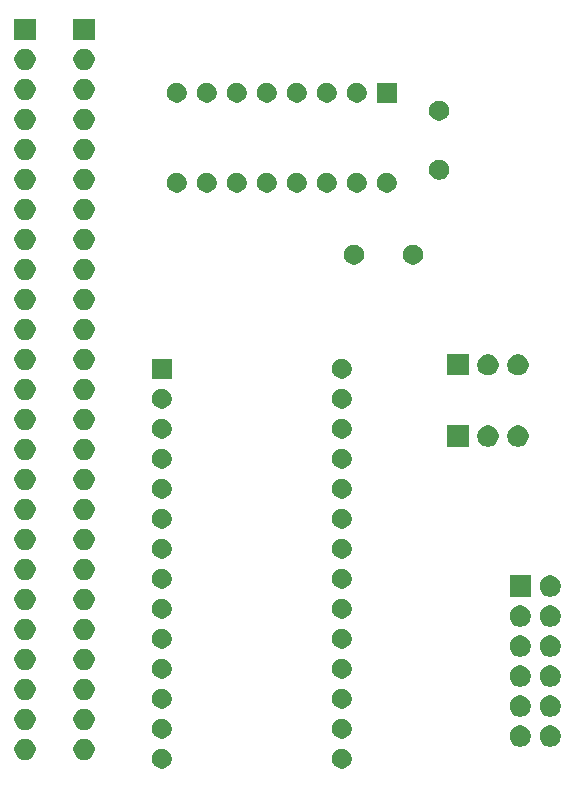
<source format=gbr>
G04 #@! TF.GenerationSoftware,KiCad,Pcbnew,(5.1.5)-3*
G04 #@! TF.CreationDate,2022-06-14T21:30:09+02:00*
G04 #@! TF.ProjectId,PC128S_ExtROM,50433132-3853-45f4-9578-74524f4d2e6b,rev?*
G04 #@! TF.SameCoordinates,Original*
G04 #@! TF.FileFunction,Soldermask,Bot*
G04 #@! TF.FilePolarity,Negative*
%FSLAX46Y46*%
G04 Gerber Fmt 4.6, Leading zero omitted, Abs format (unit mm)*
G04 Created by KiCad (PCBNEW (5.1.5)-3) date 2022-06-14 21:30:09*
%MOMM*%
%LPD*%
G04 APERTURE LIST*
%ADD10C,0.100000*%
G04 APERTURE END LIST*
D10*
G36*
X171063228Y-128594703D02*
G01*
X171218100Y-128658853D01*
X171357481Y-128751985D01*
X171476015Y-128870519D01*
X171569147Y-129009900D01*
X171633297Y-129164772D01*
X171666000Y-129329184D01*
X171666000Y-129496816D01*
X171633297Y-129661228D01*
X171569147Y-129816100D01*
X171476015Y-129955481D01*
X171357481Y-130074015D01*
X171218100Y-130167147D01*
X171063228Y-130231297D01*
X170898816Y-130264000D01*
X170731184Y-130264000D01*
X170566772Y-130231297D01*
X170411900Y-130167147D01*
X170272519Y-130074015D01*
X170153985Y-129955481D01*
X170060853Y-129816100D01*
X169996703Y-129661228D01*
X169964000Y-129496816D01*
X169964000Y-129329184D01*
X169996703Y-129164772D01*
X170060853Y-129009900D01*
X170153985Y-128870519D01*
X170272519Y-128751985D01*
X170411900Y-128658853D01*
X170566772Y-128594703D01*
X170731184Y-128562000D01*
X170898816Y-128562000D01*
X171063228Y-128594703D01*
G37*
G36*
X155823228Y-128594703D02*
G01*
X155978100Y-128658853D01*
X156117481Y-128751985D01*
X156236015Y-128870519D01*
X156329147Y-129009900D01*
X156393297Y-129164772D01*
X156426000Y-129329184D01*
X156426000Y-129496816D01*
X156393297Y-129661228D01*
X156329147Y-129816100D01*
X156236015Y-129955481D01*
X156117481Y-130074015D01*
X155978100Y-130167147D01*
X155823228Y-130231297D01*
X155658816Y-130264000D01*
X155491184Y-130264000D01*
X155326772Y-130231297D01*
X155171900Y-130167147D01*
X155032519Y-130074015D01*
X154913985Y-129955481D01*
X154820853Y-129816100D01*
X154756703Y-129661228D01*
X154724000Y-129496816D01*
X154724000Y-129329184D01*
X154756703Y-129164772D01*
X154820853Y-129009900D01*
X154913985Y-128870519D01*
X155032519Y-128751985D01*
X155171900Y-128658853D01*
X155326772Y-128594703D01*
X155491184Y-128562000D01*
X155658816Y-128562000D01*
X155823228Y-128594703D01*
G37*
G36*
X144113512Y-127738427D02*
G01*
X144262812Y-127768124D01*
X144426784Y-127836044D01*
X144574354Y-127934647D01*
X144699853Y-128060146D01*
X144798456Y-128207716D01*
X144866376Y-128371688D01*
X144901000Y-128545759D01*
X144901000Y-128723241D01*
X144866376Y-128897312D01*
X144798456Y-129061284D01*
X144699853Y-129208854D01*
X144574354Y-129334353D01*
X144426784Y-129432956D01*
X144262812Y-129500876D01*
X144113512Y-129530573D01*
X144088742Y-129535500D01*
X143911258Y-129535500D01*
X143886488Y-129530573D01*
X143737188Y-129500876D01*
X143573216Y-129432956D01*
X143425646Y-129334353D01*
X143300147Y-129208854D01*
X143201544Y-129061284D01*
X143133624Y-128897312D01*
X143099000Y-128723241D01*
X143099000Y-128545759D01*
X143133624Y-128371688D01*
X143201544Y-128207716D01*
X143300147Y-128060146D01*
X143425646Y-127934647D01*
X143573216Y-127836044D01*
X143737188Y-127768124D01*
X143886488Y-127738427D01*
X143911258Y-127733500D01*
X144088742Y-127733500D01*
X144113512Y-127738427D01*
G37*
G36*
X149113512Y-127738427D02*
G01*
X149262812Y-127768124D01*
X149426784Y-127836044D01*
X149574354Y-127934647D01*
X149699853Y-128060146D01*
X149798456Y-128207716D01*
X149866376Y-128371688D01*
X149901000Y-128545759D01*
X149901000Y-128723241D01*
X149866376Y-128897312D01*
X149798456Y-129061284D01*
X149699853Y-129208854D01*
X149574354Y-129334353D01*
X149426784Y-129432956D01*
X149262812Y-129500876D01*
X149113512Y-129530573D01*
X149088742Y-129535500D01*
X148911258Y-129535500D01*
X148886488Y-129530573D01*
X148737188Y-129500876D01*
X148573216Y-129432956D01*
X148425646Y-129334353D01*
X148300147Y-129208854D01*
X148201544Y-129061284D01*
X148133624Y-128897312D01*
X148099000Y-128723241D01*
X148099000Y-128545759D01*
X148133624Y-128371688D01*
X148201544Y-128207716D01*
X148300147Y-128060146D01*
X148425646Y-127934647D01*
X148573216Y-127836044D01*
X148737188Y-127768124D01*
X148886488Y-127738427D01*
X148911258Y-127733500D01*
X149088742Y-127733500D01*
X149113512Y-127738427D01*
G37*
G36*
X188581512Y-126611927D02*
G01*
X188730812Y-126641624D01*
X188894784Y-126709544D01*
X189042354Y-126808147D01*
X189167853Y-126933646D01*
X189266456Y-127081216D01*
X189334376Y-127245188D01*
X189369000Y-127419259D01*
X189369000Y-127596741D01*
X189334376Y-127770812D01*
X189266456Y-127934784D01*
X189167853Y-128082354D01*
X189042354Y-128207853D01*
X188894784Y-128306456D01*
X188730812Y-128374376D01*
X188581512Y-128404073D01*
X188556742Y-128409000D01*
X188379258Y-128409000D01*
X188354488Y-128404073D01*
X188205188Y-128374376D01*
X188041216Y-128306456D01*
X187893646Y-128207853D01*
X187768147Y-128082354D01*
X187669544Y-127934784D01*
X187601624Y-127770812D01*
X187567000Y-127596741D01*
X187567000Y-127419259D01*
X187601624Y-127245188D01*
X187669544Y-127081216D01*
X187768147Y-126933646D01*
X187893646Y-126808147D01*
X188041216Y-126709544D01*
X188205188Y-126641624D01*
X188354488Y-126611927D01*
X188379258Y-126607000D01*
X188556742Y-126607000D01*
X188581512Y-126611927D01*
G37*
G36*
X186041512Y-126611927D02*
G01*
X186190812Y-126641624D01*
X186354784Y-126709544D01*
X186502354Y-126808147D01*
X186627853Y-126933646D01*
X186726456Y-127081216D01*
X186794376Y-127245188D01*
X186829000Y-127419259D01*
X186829000Y-127596741D01*
X186794376Y-127770812D01*
X186726456Y-127934784D01*
X186627853Y-128082354D01*
X186502354Y-128207853D01*
X186354784Y-128306456D01*
X186190812Y-128374376D01*
X186041512Y-128404073D01*
X186016742Y-128409000D01*
X185839258Y-128409000D01*
X185814488Y-128404073D01*
X185665188Y-128374376D01*
X185501216Y-128306456D01*
X185353646Y-128207853D01*
X185228147Y-128082354D01*
X185129544Y-127934784D01*
X185061624Y-127770812D01*
X185027000Y-127596741D01*
X185027000Y-127419259D01*
X185061624Y-127245188D01*
X185129544Y-127081216D01*
X185228147Y-126933646D01*
X185353646Y-126808147D01*
X185501216Y-126709544D01*
X185665188Y-126641624D01*
X185814488Y-126611927D01*
X185839258Y-126607000D01*
X186016742Y-126607000D01*
X186041512Y-126611927D01*
G37*
G36*
X155823228Y-126054703D02*
G01*
X155978100Y-126118853D01*
X156117481Y-126211985D01*
X156236015Y-126330519D01*
X156329147Y-126469900D01*
X156393297Y-126624772D01*
X156426000Y-126789184D01*
X156426000Y-126956816D01*
X156393297Y-127121228D01*
X156329147Y-127276100D01*
X156236015Y-127415481D01*
X156117481Y-127534015D01*
X155978100Y-127627147D01*
X155823228Y-127691297D01*
X155658816Y-127724000D01*
X155491184Y-127724000D01*
X155326772Y-127691297D01*
X155171900Y-127627147D01*
X155032519Y-127534015D01*
X154913985Y-127415481D01*
X154820853Y-127276100D01*
X154756703Y-127121228D01*
X154724000Y-126956816D01*
X154724000Y-126789184D01*
X154756703Y-126624772D01*
X154820853Y-126469900D01*
X154913985Y-126330519D01*
X155032519Y-126211985D01*
X155171900Y-126118853D01*
X155326772Y-126054703D01*
X155491184Y-126022000D01*
X155658816Y-126022000D01*
X155823228Y-126054703D01*
G37*
G36*
X171063228Y-126054703D02*
G01*
X171218100Y-126118853D01*
X171357481Y-126211985D01*
X171476015Y-126330519D01*
X171569147Y-126469900D01*
X171633297Y-126624772D01*
X171666000Y-126789184D01*
X171666000Y-126956816D01*
X171633297Y-127121228D01*
X171569147Y-127276100D01*
X171476015Y-127415481D01*
X171357481Y-127534015D01*
X171218100Y-127627147D01*
X171063228Y-127691297D01*
X170898816Y-127724000D01*
X170731184Y-127724000D01*
X170566772Y-127691297D01*
X170411900Y-127627147D01*
X170272519Y-127534015D01*
X170153985Y-127415481D01*
X170060853Y-127276100D01*
X169996703Y-127121228D01*
X169964000Y-126956816D01*
X169964000Y-126789184D01*
X169996703Y-126624772D01*
X170060853Y-126469900D01*
X170153985Y-126330519D01*
X170272519Y-126211985D01*
X170411900Y-126118853D01*
X170566772Y-126054703D01*
X170731184Y-126022000D01*
X170898816Y-126022000D01*
X171063228Y-126054703D01*
G37*
G36*
X149113512Y-125198427D02*
G01*
X149262812Y-125228124D01*
X149426784Y-125296044D01*
X149574354Y-125394647D01*
X149699853Y-125520146D01*
X149798456Y-125667716D01*
X149866376Y-125831688D01*
X149901000Y-126005759D01*
X149901000Y-126183241D01*
X149866376Y-126357312D01*
X149798456Y-126521284D01*
X149699853Y-126668854D01*
X149574354Y-126794353D01*
X149426784Y-126892956D01*
X149262812Y-126960876D01*
X149113512Y-126990573D01*
X149088742Y-126995500D01*
X148911258Y-126995500D01*
X148886488Y-126990573D01*
X148737188Y-126960876D01*
X148573216Y-126892956D01*
X148425646Y-126794353D01*
X148300147Y-126668854D01*
X148201544Y-126521284D01*
X148133624Y-126357312D01*
X148099000Y-126183241D01*
X148099000Y-126005759D01*
X148133624Y-125831688D01*
X148201544Y-125667716D01*
X148300147Y-125520146D01*
X148425646Y-125394647D01*
X148573216Y-125296044D01*
X148737188Y-125228124D01*
X148886488Y-125198427D01*
X148911258Y-125193500D01*
X149088742Y-125193500D01*
X149113512Y-125198427D01*
G37*
G36*
X144113512Y-125198427D02*
G01*
X144262812Y-125228124D01*
X144426784Y-125296044D01*
X144574354Y-125394647D01*
X144699853Y-125520146D01*
X144798456Y-125667716D01*
X144866376Y-125831688D01*
X144901000Y-126005759D01*
X144901000Y-126183241D01*
X144866376Y-126357312D01*
X144798456Y-126521284D01*
X144699853Y-126668854D01*
X144574354Y-126794353D01*
X144426784Y-126892956D01*
X144262812Y-126960876D01*
X144113512Y-126990573D01*
X144088742Y-126995500D01*
X143911258Y-126995500D01*
X143886488Y-126990573D01*
X143737188Y-126960876D01*
X143573216Y-126892956D01*
X143425646Y-126794353D01*
X143300147Y-126668854D01*
X143201544Y-126521284D01*
X143133624Y-126357312D01*
X143099000Y-126183241D01*
X143099000Y-126005759D01*
X143133624Y-125831688D01*
X143201544Y-125667716D01*
X143300147Y-125520146D01*
X143425646Y-125394647D01*
X143573216Y-125296044D01*
X143737188Y-125228124D01*
X143886488Y-125198427D01*
X143911258Y-125193500D01*
X144088742Y-125193500D01*
X144113512Y-125198427D01*
G37*
G36*
X188581512Y-124071927D02*
G01*
X188730812Y-124101624D01*
X188894784Y-124169544D01*
X189042354Y-124268147D01*
X189167853Y-124393646D01*
X189266456Y-124541216D01*
X189334376Y-124705188D01*
X189369000Y-124879259D01*
X189369000Y-125056741D01*
X189334376Y-125230812D01*
X189266456Y-125394784D01*
X189167853Y-125542354D01*
X189042354Y-125667853D01*
X188894784Y-125766456D01*
X188730812Y-125834376D01*
X188581512Y-125864073D01*
X188556742Y-125869000D01*
X188379258Y-125869000D01*
X188354488Y-125864073D01*
X188205188Y-125834376D01*
X188041216Y-125766456D01*
X187893646Y-125667853D01*
X187768147Y-125542354D01*
X187669544Y-125394784D01*
X187601624Y-125230812D01*
X187567000Y-125056741D01*
X187567000Y-124879259D01*
X187601624Y-124705188D01*
X187669544Y-124541216D01*
X187768147Y-124393646D01*
X187893646Y-124268147D01*
X188041216Y-124169544D01*
X188205188Y-124101624D01*
X188354488Y-124071927D01*
X188379258Y-124067000D01*
X188556742Y-124067000D01*
X188581512Y-124071927D01*
G37*
G36*
X186041512Y-124071927D02*
G01*
X186190812Y-124101624D01*
X186354784Y-124169544D01*
X186502354Y-124268147D01*
X186627853Y-124393646D01*
X186726456Y-124541216D01*
X186794376Y-124705188D01*
X186829000Y-124879259D01*
X186829000Y-125056741D01*
X186794376Y-125230812D01*
X186726456Y-125394784D01*
X186627853Y-125542354D01*
X186502354Y-125667853D01*
X186354784Y-125766456D01*
X186190812Y-125834376D01*
X186041512Y-125864073D01*
X186016742Y-125869000D01*
X185839258Y-125869000D01*
X185814488Y-125864073D01*
X185665188Y-125834376D01*
X185501216Y-125766456D01*
X185353646Y-125667853D01*
X185228147Y-125542354D01*
X185129544Y-125394784D01*
X185061624Y-125230812D01*
X185027000Y-125056741D01*
X185027000Y-124879259D01*
X185061624Y-124705188D01*
X185129544Y-124541216D01*
X185228147Y-124393646D01*
X185353646Y-124268147D01*
X185501216Y-124169544D01*
X185665188Y-124101624D01*
X185814488Y-124071927D01*
X185839258Y-124067000D01*
X186016742Y-124067000D01*
X186041512Y-124071927D01*
G37*
G36*
X171063228Y-123514703D02*
G01*
X171218100Y-123578853D01*
X171357481Y-123671985D01*
X171476015Y-123790519D01*
X171569147Y-123929900D01*
X171633297Y-124084772D01*
X171666000Y-124249184D01*
X171666000Y-124416816D01*
X171633297Y-124581228D01*
X171569147Y-124736100D01*
X171476015Y-124875481D01*
X171357481Y-124994015D01*
X171218100Y-125087147D01*
X171063228Y-125151297D01*
X170898816Y-125184000D01*
X170731184Y-125184000D01*
X170566772Y-125151297D01*
X170411900Y-125087147D01*
X170272519Y-124994015D01*
X170153985Y-124875481D01*
X170060853Y-124736100D01*
X169996703Y-124581228D01*
X169964000Y-124416816D01*
X169964000Y-124249184D01*
X169996703Y-124084772D01*
X170060853Y-123929900D01*
X170153985Y-123790519D01*
X170272519Y-123671985D01*
X170411900Y-123578853D01*
X170566772Y-123514703D01*
X170731184Y-123482000D01*
X170898816Y-123482000D01*
X171063228Y-123514703D01*
G37*
G36*
X155823228Y-123514703D02*
G01*
X155978100Y-123578853D01*
X156117481Y-123671985D01*
X156236015Y-123790519D01*
X156329147Y-123929900D01*
X156393297Y-124084772D01*
X156426000Y-124249184D01*
X156426000Y-124416816D01*
X156393297Y-124581228D01*
X156329147Y-124736100D01*
X156236015Y-124875481D01*
X156117481Y-124994015D01*
X155978100Y-125087147D01*
X155823228Y-125151297D01*
X155658816Y-125184000D01*
X155491184Y-125184000D01*
X155326772Y-125151297D01*
X155171900Y-125087147D01*
X155032519Y-124994015D01*
X154913985Y-124875481D01*
X154820853Y-124736100D01*
X154756703Y-124581228D01*
X154724000Y-124416816D01*
X154724000Y-124249184D01*
X154756703Y-124084772D01*
X154820853Y-123929900D01*
X154913985Y-123790519D01*
X155032519Y-123671985D01*
X155171900Y-123578853D01*
X155326772Y-123514703D01*
X155491184Y-123482000D01*
X155658816Y-123482000D01*
X155823228Y-123514703D01*
G37*
G36*
X144113512Y-122658427D02*
G01*
X144262812Y-122688124D01*
X144426784Y-122756044D01*
X144574354Y-122854647D01*
X144699853Y-122980146D01*
X144798456Y-123127716D01*
X144866376Y-123291688D01*
X144901000Y-123465759D01*
X144901000Y-123643241D01*
X144866376Y-123817312D01*
X144798456Y-123981284D01*
X144699853Y-124128854D01*
X144574354Y-124254353D01*
X144426784Y-124352956D01*
X144262812Y-124420876D01*
X144113512Y-124450573D01*
X144088742Y-124455500D01*
X143911258Y-124455500D01*
X143886488Y-124450573D01*
X143737188Y-124420876D01*
X143573216Y-124352956D01*
X143425646Y-124254353D01*
X143300147Y-124128854D01*
X143201544Y-123981284D01*
X143133624Y-123817312D01*
X143099000Y-123643241D01*
X143099000Y-123465759D01*
X143133624Y-123291688D01*
X143201544Y-123127716D01*
X143300147Y-122980146D01*
X143425646Y-122854647D01*
X143573216Y-122756044D01*
X143737188Y-122688124D01*
X143886488Y-122658427D01*
X143911258Y-122653500D01*
X144088742Y-122653500D01*
X144113512Y-122658427D01*
G37*
G36*
X149113512Y-122658427D02*
G01*
X149262812Y-122688124D01*
X149426784Y-122756044D01*
X149574354Y-122854647D01*
X149699853Y-122980146D01*
X149798456Y-123127716D01*
X149866376Y-123291688D01*
X149901000Y-123465759D01*
X149901000Y-123643241D01*
X149866376Y-123817312D01*
X149798456Y-123981284D01*
X149699853Y-124128854D01*
X149574354Y-124254353D01*
X149426784Y-124352956D01*
X149262812Y-124420876D01*
X149113512Y-124450573D01*
X149088742Y-124455500D01*
X148911258Y-124455500D01*
X148886488Y-124450573D01*
X148737188Y-124420876D01*
X148573216Y-124352956D01*
X148425646Y-124254353D01*
X148300147Y-124128854D01*
X148201544Y-123981284D01*
X148133624Y-123817312D01*
X148099000Y-123643241D01*
X148099000Y-123465759D01*
X148133624Y-123291688D01*
X148201544Y-123127716D01*
X148300147Y-122980146D01*
X148425646Y-122854647D01*
X148573216Y-122756044D01*
X148737188Y-122688124D01*
X148886488Y-122658427D01*
X148911258Y-122653500D01*
X149088742Y-122653500D01*
X149113512Y-122658427D01*
G37*
G36*
X186041512Y-121531927D02*
G01*
X186190812Y-121561624D01*
X186354784Y-121629544D01*
X186502354Y-121728147D01*
X186627853Y-121853646D01*
X186726456Y-122001216D01*
X186794376Y-122165188D01*
X186829000Y-122339259D01*
X186829000Y-122516741D01*
X186794376Y-122690812D01*
X186726456Y-122854784D01*
X186627853Y-123002354D01*
X186502354Y-123127853D01*
X186354784Y-123226456D01*
X186190812Y-123294376D01*
X186041512Y-123324073D01*
X186016742Y-123329000D01*
X185839258Y-123329000D01*
X185814488Y-123324073D01*
X185665188Y-123294376D01*
X185501216Y-123226456D01*
X185353646Y-123127853D01*
X185228147Y-123002354D01*
X185129544Y-122854784D01*
X185061624Y-122690812D01*
X185027000Y-122516741D01*
X185027000Y-122339259D01*
X185061624Y-122165188D01*
X185129544Y-122001216D01*
X185228147Y-121853646D01*
X185353646Y-121728147D01*
X185501216Y-121629544D01*
X185665188Y-121561624D01*
X185814488Y-121531927D01*
X185839258Y-121527000D01*
X186016742Y-121527000D01*
X186041512Y-121531927D01*
G37*
G36*
X188581512Y-121531927D02*
G01*
X188730812Y-121561624D01*
X188894784Y-121629544D01*
X189042354Y-121728147D01*
X189167853Y-121853646D01*
X189266456Y-122001216D01*
X189334376Y-122165188D01*
X189369000Y-122339259D01*
X189369000Y-122516741D01*
X189334376Y-122690812D01*
X189266456Y-122854784D01*
X189167853Y-123002354D01*
X189042354Y-123127853D01*
X188894784Y-123226456D01*
X188730812Y-123294376D01*
X188581512Y-123324073D01*
X188556742Y-123329000D01*
X188379258Y-123329000D01*
X188354488Y-123324073D01*
X188205188Y-123294376D01*
X188041216Y-123226456D01*
X187893646Y-123127853D01*
X187768147Y-123002354D01*
X187669544Y-122854784D01*
X187601624Y-122690812D01*
X187567000Y-122516741D01*
X187567000Y-122339259D01*
X187601624Y-122165188D01*
X187669544Y-122001216D01*
X187768147Y-121853646D01*
X187893646Y-121728147D01*
X188041216Y-121629544D01*
X188205188Y-121561624D01*
X188354488Y-121531927D01*
X188379258Y-121527000D01*
X188556742Y-121527000D01*
X188581512Y-121531927D01*
G37*
G36*
X155823228Y-120974703D02*
G01*
X155978100Y-121038853D01*
X156117481Y-121131985D01*
X156236015Y-121250519D01*
X156329147Y-121389900D01*
X156393297Y-121544772D01*
X156426000Y-121709184D01*
X156426000Y-121876816D01*
X156393297Y-122041228D01*
X156329147Y-122196100D01*
X156236015Y-122335481D01*
X156117481Y-122454015D01*
X155978100Y-122547147D01*
X155823228Y-122611297D01*
X155658816Y-122644000D01*
X155491184Y-122644000D01*
X155326772Y-122611297D01*
X155171900Y-122547147D01*
X155032519Y-122454015D01*
X154913985Y-122335481D01*
X154820853Y-122196100D01*
X154756703Y-122041228D01*
X154724000Y-121876816D01*
X154724000Y-121709184D01*
X154756703Y-121544772D01*
X154820853Y-121389900D01*
X154913985Y-121250519D01*
X155032519Y-121131985D01*
X155171900Y-121038853D01*
X155326772Y-120974703D01*
X155491184Y-120942000D01*
X155658816Y-120942000D01*
X155823228Y-120974703D01*
G37*
G36*
X171063228Y-120974703D02*
G01*
X171218100Y-121038853D01*
X171357481Y-121131985D01*
X171476015Y-121250519D01*
X171569147Y-121389900D01*
X171633297Y-121544772D01*
X171666000Y-121709184D01*
X171666000Y-121876816D01*
X171633297Y-122041228D01*
X171569147Y-122196100D01*
X171476015Y-122335481D01*
X171357481Y-122454015D01*
X171218100Y-122547147D01*
X171063228Y-122611297D01*
X170898816Y-122644000D01*
X170731184Y-122644000D01*
X170566772Y-122611297D01*
X170411900Y-122547147D01*
X170272519Y-122454015D01*
X170153985Y-122335481D01*
X170060853Y-122196100D01*
X169996703Y-122041228D01*
X169964000Y-121876816D01*
X169964000Y-121709184D01*
X169996703Y-121544772D01*
X170060853Y-121389900D01*
X170153985Y-121250519D01*
X170272519Y-121131985D01*
X170411900Y-121038853D01*
X170566772Y-120974703D01*
X170731184Y-120942000D01*
X170898816Y-120942000D01*
X171063228Y-120974703D01*
G37*
G36*
X144113512Y-120118427D02*
G01*
X144262812Y-120148124D01*
X144426784Y-120216044D01*
X144574354Y-120314647D01*
X144699853Y-120440146D01*
X144798456Y-120587716D01*
X144866376Y-120751688D01*
X144901000Y-120925759D01*
X144901000Y-121103241D01*
X144866376Y-121277312D01*
X144798456Y-121441284D01*
X144699853Y-121588854D01*
X144574354Y-121714353D01*
X144426784Y-121812956D01*
X144262812Y-121880876D01*
X144113512Y-121910573D01*
X144088742Y-121915500D01*
X143911258Y-121915500D01*
X143886488Y-121910573D01*
X143737188Y-121880876D01*
X143573216Y-121812956D01*
X143425646Y-121714353D01*
X143300147Y-121588854D01*
X143201544Y-121441284D01*
X143133624Y-121277312D01*
X143099000Y-121103241D01*
X143099000Y-120925759D01*
X143133624Y-120751688D01*
X143201544Y-120587716D01*
X143300147Y-120440146D01*
X143425646Y-120314647D01*
X143573216Y-120216044D01*
X143737188Y-120148124D01*
X143886488Y-120118427D01*
X143911258Y-120113500D01*
X144088742Y-120113500D01*
X144113512Y-120118427D01*
G37*
G36*
X149113512Y-120118427D02*
G01*
X149262812Y-120148124D01*
X149426784Y-120216044D01*
X149574354Y-120314647D01*
X149699853Y-120440146D01*
X149798456Y-120587716D01*
X149866376Y-120751688D01*
X149901000Y-120925759D01*
X149901000Y-121103241D01*
X149866376Y-121277312D01*
X149798456Y-121441284D01*
X149699853Y-121588854D01*
X149574354Y-121714353D01*
X149426784Y-121812956D01*
X149262812Y-121880876D01*
X149113512Y-121910573D01*
X149088742Y-121915500D01*
X148911258Y-121915500D01*
X148886488Y-121910573D01*
X148737188Y-121880876D01*
X148573216Y-121812956D01*
X148425646Y-121714353D01*
X148300147Y-121588854D01*
X148201544Y-121441284D01*
X148133624Y-121277312D01*
X148099000Y-121103241D01*
X148099000Y-120925759D01*
X148133624Y-120751688D01*
X148201544Y-120587716D01*
X148300147Y-120440146D01*
X148425646Y-120314647D01*
X148573216Y-120216044D01*
X148737188Y-120148124D01*
X148886488Y-120118427D01*
X148911258Y-120113500D01*
X149088742Y-120113500D01*
X149113512Y-120118427D01*
G37*
G36*
X186041512Y-118991927D02*
G01*
X186190812Y-119021624D01*
X186354784Y-119089544D01*
X186502354Y-119188147D01*
X186627853Y-119313646D01*
X186726456Y-119461216D01*
X186794376Y-119625188D01*
X186829000Y-119799259D01*
X186829000Y-119976741D01*
X186794376Y-120150812D01*
X186726456Y-120314784D01*
X186627853Y-120462354D01*
X186502354Y-120587853D01*
X186354784Y-120686456D01*
X186190812Y-120754376D01*
X186041512Y-120784073D01*
X186016742Y-120789000D01*
X185839258Y-120789000D01*
X185814488Y-120784073D01*
X185665188Y-120754376D01*
X185501216Y-120686456D01*
X185353646Y-120587853D01*
X185228147Y-120462354D01*
X185129544Y-120314784D01*
X185061624Y-120150812D01*
X185027000Y-119976741D01*
X185027000Y-119799259D01*
X185061624Y-119625188D01*
X185129544Y-119461216D01*
X185228147Y-119313646D01*
X185353646Y-119188147D01*
X185501216Y-119089544D01*
X185665188Y-119021624D01*
X185814488Y-118991927D01*
X185839258Y-118987000D01*
X186016742Y-118987000D01*
X186041512Y-118991927D01*
G37*
G36*
X188581512Y-118991927D02*
G01*
X188730812Y-119021624D01*
X188894784Y-119089544D01*
X189042354Y-119188147D01*
X189167853Y-119313646D01*
X189266456Y-119461216D01*
X189334376Y-119625188D01*
X189369000Y-119799259D01*
X189369000Y-119976741D01*
X189334376Y-120150812D01*
X189266456Y-120314784D01*
X189167853Y-120462354D01*
X189042354Y-120587853D01*
X188894784Y-120686456D01*
X188730812Y-120754376D01*
X188581512Y-120784073D01*
X188556742Y-120789000D01*
X188379258Y-120789000D01*
X188354488Y-120784073D01*
X188205188Y-120754376D01*
X188041216Y-120686456D01*
X187893646Y-120587853D01*
X187768147Y-120462354D01*
X187669544Y-120314784D01*
X187601624Y-120150812D01*
X187567000Y-119976741D01*
X187567000Y-119799259D01*
X187601624Y-119625188D01*
X187669544Y-119461216D01*
X187768147Y-119313646D01*
X187893646Y-119188147D01*
X188041216Y-119089544D01*
X188205188Y-119021624D01*
X188354488Y-118991927D01*
X188379258Y-118987000D01*
X188556742Y-118987000D01*
X188581512Y-118991927D01*
G37*
G36*
X171063228Y-118434703D02*
G01*
X171218100Y-118498853D01*
X171357481Y-118591985D01*
X171476015Y-118710519D01*
X171569147Y-118849900D01*
X171633297Y-119004772D01*
X171666000Y-119169184D01*
X171666000Y-119336816D01*
X171633297Y-119501228D01*
X171569147Y-119656100D01*
X171476015Y-119795481D01*
X171357481Y-119914015D01*
X171218100Y-120007147D01*
X171063228Y-120071297D01*
X170898816Y-120104000D01*
X170731184Y-120104000D01*
X170566772Y-120071297D01*
X170411900Y-120007147D01*
X170272519Y-119914015D01*
X170153985Y-119795481D01*
X170060853Y-119656100D01*
X169996703Y-119501228D01*
X169964000Y-119336816D01*
X169964000Y-119169184D01*
X169996703Y-119004772D01*
X170060853Y-118849900D01*
X170153985Y-118710519D01*
X170272519Y-118591985D01*
X170411900Y-118498853D01*
X170566772Y-118434703D01*
X170731184Y-118402000D01*
X170898816Y-118402000D01*
X171063228Y-118434703D01*
G37*
G36*
X155823228Y-118434703D02*
G01*
X155978100Y-118498853D01*
X156117481Y-118591985D01*
X156236015Y-118710519D01*
X156329147Y-118849900D01*
X156393297Y-119004772D01*
X156426000Y-119169184D01*
X156426000Y-119336816D01*
X156393297Y-119501228D01*
X156329147Y-119656100D01*
X156236015Y-119795481D01*
X156117481Y-119914015D01*
X155978100Y-120007147D01*
X155823228Y-120071297D01*
X155658816Y-120104000D01*
X155491184Y-120104000D01*
X155326772Y-120071297D01*
X155171900Y-120007147D01*
X155032519Y-119914015D01*
X154913985Y-119795481D01*
X154820853Y-119656100D01*
X154756703Y-119501228D01*
X154724000Y-119336816D01*
X154724000Y-119169184D01*
X154756703Y-119004772D01*
X154820853Y-118849900D01*
X154913985Y-118710519D01*
X155032519Y-118591985D01*
X155171900Y-118498853D01*
X155326772Y-118434703D01*
X155491184Y-118402000D01*
X155658816Y-118402000D01*
X155823228Y-118434703D01*
G37*
G36*
X144113512Y-117578427D02*
G01*
X144262812Y-117608124D01*
X144426784Y-117676044D01*
X144574354Y-117774647D01*
X144699853Y-117900146D01*
X144798456Y-118047716D01*
X144866376Y-118211688D01*
X144901000Y-118385759D01*
X144901000Y-118563241D01*
X144866376Y-118737312D01*
X144798456Y-118901284D01*
X144699853Y-119048854D01*
X144574354Y-119174353D01*
X144426784Y-119272956D01*
X144262812Y-119340876D01*
X144113512Y-119370573D01*
X144088742Y-119375500D01*
X143911258Y-119375500D01*
X143886488Y-119370573D01*
X143737188Y-119340876D01*
X143573216Y-119272956D01*
X143425646Y-119174353D01*
X143300147Y-119048854D01*
X143201544Y-118901284D01*
X143133624Y-118737312D01*
X143099000Y-118563241D01*
X143099000Y-118385759D01*
X143133624Y-118211688D01*
X143201544Y-118047716D01*
X143300147Y-117900146D01*
X143425646Y-117774647D01*
X143573216Y-117676044D01*
X143737188Y-117608124D01*
X143886488Y-117578427D01*
X143911258Y-117573500D01*
X144088742Y-117573500D01*
X144113512Y-117578427D01*
G37*
G36*
X149113512Y-117578427D02*
G01*
X149262812Y-117608124D01*
X149426784Y-117676044D01*
X149574354Y-117774647D01*
X149699853Y-117900146D01*
X149798456Y-118047716D01*
X149866376Y-118211688D01*
X149901000Y-118385759D01*
X149901000Y-118563241D01*
X149866376Y-118737312D01*
X149798456Y-118901284D01*
X149699853Y-119048854D01*
X149574354Y-119174353D01*
X149426784Y-119272956D01*
X149262812Y-119340876D01*
X149113512Y-119370573D01*
X149088742Y-119375500D01*
X148911258Y-119375500D01*
X148886488Y-119370573D01*
X148737188Y-119340876D01*
X148573216Y-119272956D01*
X148425646Y-119174353D01*
X148300147Y-119048854D01*
X148201544Y-118901284D01*
X148133624Y-118737312D01*
X148099000Y-118563241D01*
X148099000Y-118385759D01*
X148133624Y-118211688D01*
X148201544Y-118047716D01*
X148300147Y-117900146D01*
X148425646Y-117774647D01*
X148573216Y-117676044D01*
X148737188Y-117608124D01*
X148886488Y-117578427D01*
X148911258Y-117573500D01*
X149088742Y-117573500D01*
X149113512Y-117578427D01*
G37*
G36*
X188581512Y-116451927D02*
G01*
X188730812Y-116481624D01*
X188894784Y-116549544D01*
X189042354Y-116648147D01*
X189167853Y-116773646D01*
X189266456Y-116921216D01*
X189334376Y-117085188D01*
X189369000Y-117259259D01*
X189369000Y-117436741D01*
X189334376Y-117610812D01*
X189266456Y-117774784D01*
X189167853Y-117922354D01*
X189042354Y-118047853D01*
X188894784Y-118146456D01*
X188730812Y-118214376D01*
X188581512Y-118244073D01*
X188556742Y-118249000D01*
X188379258Y-118249000D01*
X188354488Y-118244073D01*
X188205188Y-118214376D01*
X188041216Y-118146456D01*
X187893646Y-118047853D01*
X187768147Y-117922354D01*
X187669544Y-117774784D01*
X187601624Y-117610812D01*
X187567000Y-117436741D01*
X187567000Y-117259259D01*
X187601624Y-117085188D01*
X187669544Y-116921216D01*
X187768147Y-116773646D01*
X187893646Y-116648147D01*
X188041216Y-116549544D01*
X188205188Y-116481624D01*
X188354488Y-116451927D01*
X188379258Y-116447000D01*
X188556742Y-116447000D01*
X188581512Y-116451927D01*
G37*
G36*
X186041512Y-116451927D02*
G01*
X186190812Y-116481624D01*
X186354784Y-116549544D01*
X186502354Y-116648147D01*
X186627853Y-116773646D01*
X186726456Y-116921216D01*
X186794376Y-117085188D01*
X186829000Y-117259259D01*
X186829000Y-117436741D01*
X186794376Y-117610812D01*
X186726456Y-117774784D01*
X186627853Y-117922354D01*
X186502354Y-118047853D01*
X186354784Y-118146456D01*
X186190812Y-118214376D01*
X186041512Y-118244073D01*
X186016742Y-118249000D01*
X185839258Y-118249000D01*
X185814488Y-118244073D01*
X185665188Y-118214376D01*
X185501216Y-118146456D01*
X185353646Y-118047853D01*
X185228147Y-117922354D01*
X185129544Y-117774784D01*
X185061624Y-117610812D01*
X185027000Y-117436741D01*
X185027000Y-117259259D01*
X185061624Y-117085188D01*
X185129544Y-116921216D01*
X185228147Y-116773646D01*
X185353646Y-116648147D01*
X185501216Y-116549544D01*
X185665188Y-116481624D01*
X185814488Y-116451927D01*
X185839258Y-116447000D01*
X186016742Y-116447000D01*
X186041512Y-116451927D01*
G37*
G36*
X171063228Y-115894703D02*
G01*
X171218100Y-115958853D01*
X171357481Y-116051985D01*
X171476015Y-116170519D01*
X171569147Y-116309900D01*
X171633297Y-116464772D01*
X171666000Y-116629184D01*
X171666000Y-116796816D01*
X171633297Y-116961228D01*
X171569147Y-117116100D01*
X171476015Y-117255481D01*
X171357481Y-117374015D01*
X171218100Y-117467147D01*
X171063228Y-117531297D01*
X170898816Y-117564000D01*
X170731184Y-117564000D01*
X170566772Y-117531297D01*
X170411900Y-117467147D01*
X170272519Y-117374015D01*
X170153985Y-117255481D01*
X170060853Y-117116100D01*
X169996703Y-116961228D01*
X169964000Y-116796816D01*
X169964000Y-116629184D01*
X169996703Y-116464772D01*
X170060853Y-116309900D01*
X170153985Y-116170519D01*
X170272519Y-116051985D01*
X170411900Y-115958853D01*
X170566772Y-115894703D01*
X170731184Y-115862000D01*
X170898816Y-115862000D01*
X171063228Y-115894703D01*
G37*
G36*
X155823228Y-115894703D02*
G01*
X155978100Y-115958853D01*
X156117481Y-116051985D01*
X156236015Y-116170519D01*
X156329147Y-116309900D01*
X156393297Y-116464772D01*
X156426000Y-116629184D01*
X156426000Y-116796816D01*
X156393297Y-116961228D01*
X156329147Y-117116100D01*
X156236015Y-117255481D01*
X156117481Y-117374015D01*
X155978100Y-117467147D01*
X155823228Y-117531297D01*
X155658816Y-117564000D01*
X155491184Y-117564000D01*
X155326772Y-117531297D01*
X155171900Y-117467147D01*
X155032519Y-117374015D01*
X154913985Y-117255481D01*
X154820853Y-117116100D01*
X154756703Y-116961228D01*
X154724000Y-116796816D01*
X154724000Y-116629184D01*
X154756703Y-116464772D01*
X154820853Y-116309900D01*
X154913985Y-116170519D01*
X155032519Y-116051985D01*
X155171900Y-115958853D01*
X155326772Y-115894703D01*
X155491184Y-115862000D01*
X155658816Y-115862000D01*
X155823228Y-115894703D01*
G37*
G36*
X149113512Y-115038427D02*
G01*
X149262812Y-115068124D01*
X149426784Y-115136044D01*
X149574354Y-115234647D01*
X149699853Y-115360146D01*
X149798456Y-115507716D01*
X149866376Y-115671688D01*
X149901000Y-115845759D01*
X149901000Y-116023241D01*
X149866376Y-116197312D01*
X149798456Y-116361284D01*
X149699853Y-116508854D01*
X149574354Y-116634353D01*
X149426784Y-116732956D01*
X149262812Y-116800876D01*
X149113512Y-116830573D01*
X149088742Y-116835500D01*
X148911258Y-116835500D01*
X148886488Y-116830573D01*
X148737188Y-116800876D01*
X148573216Y-116732956D01*
X148425646Y-116634353D01*
X148300147Y-116508854D01*
X148201544Y-116361284D01*
X148133624Y-116197312D01*
X148099000Y-116023241D01*
X148099000Y-115845759D01*
X148133624Y-115671688D01*
X148201544Y-115507716D01*
X148300147Y-115360146D01*
X148425646Y-115234647D01*
X148573216Y-115136044D01*
X148737188Y-115068124D01*
X148886488Y-115038427D01*
X148911258Y-115033500D01*
X149088742Y-115033500D01*
X149113512Y-115038427D01*
G37*
G36*
X144113512Y-115038427D02*
G01*
X144262812Y-115068124D01*
X144426784Y-115136044D01*
X144574354Y-115234647D01*
X144699853Y-115360146D01*
X144798456Y-115507716D01*
X144866376Y-115671688D01*
X144901000Y-115845759D01*
X144901000Y-116023241D01*
X144866376Y-116197312D01*
X144798456Y-116361284D01*
X144699853Y-116508854D01*
X144574354Y-116634353D01*
X144426784Y-116732956D01*
X144262812Y-116800876D01*
X144113512Y-116830573D01*
X144088742Y-116835500D01*
X143911258Y-116835500D01*
X143886488Y-116830573D01*
X143737188Y-116800876D01*
X143573216Y-116732956D01*
X143425646Y-116634353D01*
X143300147Y-116508854D01*
X143201544Y-116361284D01*
X143133624Y-116197312D01*
X143099000Y-116023241D01*
X143099000Y-115845759D01*
X143133624Y-115671688D01*
X143201544Y-115507716D01*
X143300147Y-115360146D01*
X143425646Y-115234647D01*
X143573216Y-115136044D01*
X143737188Y-115068124D01*
X143886488Y-115038427D01*
X143911258Y-115033500D01*
X144088742Y-115033500D01*
X144113512Y-115038427D01*
G37*
G36*
X188581512Y-113911927D02*
G01*
X188730812Y-113941624D01*
X188894784Y-114009544D01*
X189042354Y-114108147D01*
X189167853Y-114233646D01*
X189266456Y-114381216D01*
X189334376Y-114545188D01*
X189369000Y-114719259D01*
X189369000Y-114896741D01*
X189334376Y-115070812D01*
X189266456Y-115234784D01*
X189167853Y-115382354D01*
X189042354Y-115507853D01*
X188894784Y-115606456D01*
X188730812Y-115674376D01*
X188581512Y-115704073D01*
X188556742Y-115709000D01*
X188379258Y-115709000D01*
X188354488Y-115704073D01*
X188205188Y-115674376D01*
X188041216Y-115606456D01*
X187893646Y-115507853D01*
X187768147Y-115382354D01*
X187669544Y-115234784D01*
X187601624Y-115070812D01*
X187567000Y-114896741D01*
X187567000Y-114719259D01*
X187601624Y-114545188D01*
X187669544Y-114381216D01*
X187768147Y-114233646D01*
X187893646Y-114108147D01*
X188041216Y-114009544D01*
X188205188Y-113941624D01*
X188354488Y-113911927D01*
X188379258Y-113907000D01*
X188556742Y-113907000D01*
X188581512Y-113911927D01*
G37*
G36*
X186829000Y-115709000D02*
G01*
X185027000Y-115709000D01*
X185027000Y-113907000D01*
X186829000Y-113907000D01*
X186829000Y-115709000D01*
G37*
G36*
X171063228Y-113354703D02*
G01*
X171218100Y-113418853D01*
X171357481Y-113511985D01*
X171476015Y-113630519D01*
X171569147Y-113769900D01*
X171633297Y-113924772D01*
X171666000Y-114089184D01*
X171666000Y-114256816D01*
X171633297Y-114421228D01*
X171569147Y-114576100D01*
X171476015Y-114715481D01*
X171357481Y-114834015D01*
X171218100Y-114927147D01*
X171063228Y-114991297D01*
X170898816Y-115024000D01*
X170731184Y-115024000D01*
X170566772Y-114991297D01*
X170411900Y-114927147D01*
X170272519Y-114834015D01*
X170153985Y-114715481D01*
X170060853Y-114576100D01*
X169996703Y-114421228D01*
X169964000Y-114256816D01*
X169964000Y-114089184D01*
X169996703Y-113924772D01*
X170060853Y-113769900D01*
X170153985Y-113630519D01*
X170272519Y-113511985D01*
X170411900Y-113418853D01*
X170566772Y-113354703D01*
X170731184Y-113322000D01*
X170898816Y-113322000D01*
X171063228Y-113354703D01*
G37*
G36*
X155823228Y-113354703D02*
G01*
X155978100Y-113418853D01*
X156117481Y-113511985D01*
X156236015Y-113630519D01*
X156329147Y-113769900D01*
X156393297Y-113924772D01*
X156426000Y-114089184D01*
X156426000Y-114256816D01*
X156393297Y-114421228D01*
X156329147Y-114576100D01*
X156236015Y-114715481D01*
X156117481Y-114834015D01*
X155978100Y-114927147D01*
X155823228Y-114991297D01*
X155658816Y-115024000D01*
X155491184Y-115024000D01*
X155326772Y-114991297D01*
X155171900Y-114927147D01*
X155032519Y-114834015D01*
X154913985Y-114715481D01*
X154820853Y-114576100D01*
X154756703Y-114421228D01*
X154724000Y-114256816D01*
X154724000Y-114089184D01*
X154756703Y-113924772D01*
X154820853Y-113769900D01*
X154913985Y-113630519D01*
X155032519Y-113511985D01*
X155171900Y-113418853D01*
X155326772Y-113354703D01*
X155491184Y-113322000D01*
X155658816Y-113322000D01*
X155823228Y-113354703D01*
G37*
G36*
X149113512Y-112498427D02*
G01*
X149262812Y-112528124D01*
X149426784Y-112596044D01*
X149574354Y-112694647D01*
X149699853Y-112820146D01*
X149798456Y-112967716D01*
X149866376Y-113131688D01*
X149901000Y-113305759D01*
X149901000Y-113483241D01*
X149866376Y-113657312D01*
X149798456Y-113821284D01*
X149699853Y-113968854D01*
X149574354Y-114094353D01*
X149426784Y-114192956D01*
X149262812Y-114260876D01*
X149113512Y-114290573D01*
X149088742Y-114295500D01*
X148911258Y-114295500D01*
X148886488Y-114290573D01*
X148737188Y-114260876D01*
X148573216Y-114192956D01*
X148425646Y-114094353D01*
X148300147Y-113968854D01*
X148201544Y-113821284D01*
X148133624Y-113657312D01*
X148099000Y-113483241D01*
X148099000Y-113305759D01*
X148133624Y-113131688D01*
X148201544Y-112967716D01*
X148300147Y-112820146D01*
X148425646Y-112694647D01*
X148573216Y-112596044D01*
X148737188Y-112528124D01*
X148886488Y-112498427D01*
X148911258Y-112493500D01*
X149088742Y-112493500D01*
X149113512Y-112498427D01*
G37*
G36*
X144113512Y-112498427D02*
G01*
X144262812Y-112528124D01*
X144426784Y-112596044D01*
X144574354Y-112694647D01*
X144699853Y-112820146D01*
X144798456Y-112967716D01*
X144866376Y-113131688D01*
X144901000Y-113305759D01*
X144901000Y-113483241D01*
X144866376Y-113657312D01*
X144798456Y-113821284D01*
X144699853Y-113968854D01*
X144574354Y-114094353D01*
X144426784Y-114192956D01*
X144262812Y-114260876D01*
X144113512Y-114290573D01*
X144088742Y-114295500D01*
X143911258Y-114295500D01*
X143886488Y-114290573D01*
X143737188Y-114260876D01*
X143573216Y-114192956D01*
X143425646Y-114094353D01*
X143300147Y-113968854D01*
X143201544Y-113821284D01*
X143133624Y-113657312D01*
X143099000Y-113483241D01*
X143099000Y-113305759D01*
X143133624Y-113131688D01*
X143201544Y-112967716D01*
X143300147Y-112820146D01*
X143425646Y-112694647D01*
X143573216Y-112596044D01*
X143737188Y-112528124D01*
X143886488Y-112498427D01*
X143911258Y-112493500D01*
X144088742Y-112493500D01*
X144113512Y-112498427D01*
G37*
G36*
X155823228Y-110814703D02*
G01*
X155978100Y-110878853D01*
X156117481Y-110971985D01*
X156236015Y-111090519D01*
X156329147Y-111229900D01*
X156393297Y-111384772D01*
X156426000Y-111549184D01*
X156426000Y-111716816D01*
X156393297Y-111881228D01*
X156329147Y-112036100D01*
X156236015Y-112175481D01*
X156117481Y-112294015D01*
X155978100Y-112387147D01*
X155823228Y-112451297D01*
X155658816Y-112484000D01*
X155491184Y-112484000D01*
X155326772Y-112451297D01*
X155171900Y-112387147D01*
X155032519Y-112294015D01*
X154913985Y-112175481D01*
X154820853Y-112036100D01*
X154756703Y-111881228D01*
X154724000Y-111716816D01*
X154724000Y-111549184D01*
X154756703Y-111384772D01*
X154820853Y-111229900D01*
X154913985Y-111090519D01*
X155032519Y-110971985D01*
X155171900Y-110878853D01*
X155326772Y-110814703D01*
X155491184Y-110782000D01*
X155658816Y-110782000D01*
X155823228Y-110814703D01*
G37*
G36*
X171063228Y-110814703D02*
G01*
X171218100Y-110878853D01*
X171357481Y-110971985D01*
X171476015Y-111090519D01*
X171569147Y-111229900D01*
X171633297Y-111384772D01*
X171666000Y-111549184D01*
X171666000Y-111716816D01*
X171633297Y-111881228D01*
X171569147Y-112036100D01*
X171476015Y-112175481D01*
X171357481Y-112294015D01*
X171218100Y-112387147D01*
X171063228Y-112451297D01*
X170898816Y-112484000D01*
X170731184Y-112484000D01*
X170566772Y-112451297D01*
X170411900Y-112387147D01*
X170272519Y-112294015D01*
X170153985Y-112175481D01*
X170060853Y-112036100D01*
X169996703Y-111881228D01*
X169964000Y-111716816D01*
X169964000Y-111549184D01*
X169996703Y-111384772D01*
X170060853Y-111229900D01*
X170153985Y-111090519D01*
X170272519Y-110971985D01*
X170411900Y-110878853D01*
X170566772Y-110814703D01*
X170731184Y-110782000D01*
X170898816Y-110782000D01*
X171063228Y-110814703D01*
G37*
G36*
X149113512Y-109958427D02*
G01*
X149262812Y-109988124D01*
X149426784Y-110056044D01*
X149574354Y-110154647D01*
X149699853Y-110280146D01*
X149798456Y-110427716D01*
X149866376Y-110591688D01*
X149901000Y-110765759D01*
X149901000Y-110943241D01*
X149866376Y-111117312D01*
X149798456Y-111281284D01*
X149699853Y-111428854D01*
X149574354Y-111554353D01*
X149426784Y-111652956D01*
X149262812Y-111720876D01*
X149113512Y-111750573D01*
X149088742Y-111755500D01*
X148911258Y-111755500D01*
X148886488Y-111750573D01*
X148737188Y-111720876D01*
X148573216Y-111652956D01*
X148425646Y-111554353D01*
X148300147Y-111428854D01*
X148201544Y-111281284D01*
X148133624Y-111117312D01*
X148099000Y-110943241D01*
X148099000Y-110765759D01*
X148133624Y-110591688D01*
X148201544Y-110427716D01*
X148300147Y-110280146D01*
X148425646Y-110154647D01*
X148573216Y-110056044D01*
X148737188Y-109988124D01*
X148886488Y-109958427D01*
X148911258Y-109953500D01*
X149088742Y-109953500D01*
X149113512Y-109958427D01*
G37*
G36*
X144113512Y-109958427D02*
G01*
X144262812Y-109988124D01*
X144426784Y-110056044D01*
X144574354Y-110154647D01*
X144699853Y-110280146D01*
X144798456Y-110427716D01*
X144866376Y-110591688D01*
X144901000Y-110765759D01*
X144901000Y-110943241D01*
X144866376Y-111117312D01*
X144798456Y-111281284D01*
X144699853Y-111428854D01*
X144574354Y-111554353D01*
X144426784Y-111652956D01*
X144262812Y-111720876D01*
X144113512Y-111750573D01*
X144088742Y-111755500D01*
X143911258Y-111755500D01*
X143886488Y-111750573D01*
X143737188Y-111720876D01*
X143573216Y-111652956D01*
X143425646Y-111554353D01*
X143300147Y-111428854D01*
X143201544Y-111281284D01*
X143133624Y-111117312D01*
X143099000Y-110943241D01*
X143099000Y-110765759D01*
X143133624Y-110591688D01*
X143201544Y-110427716D01*
X143300147Y-110280146D01*
X143425646Y-110154647D01*
X143573216Y-110056044D01*
X143737188Y-109988124D01*
X143886488Y-109958427D01*
X143911258Y-109953500D01*
X144088742Y-109953500D01*
X144113512Y-109958427D01*
G37*
G36*
X155823228Y-108274703D02*
G01*
X155978100Y-108338853D01*
X156117481Y-108431985D01*
X156236015Y-108550519D01*
X156329147Y-108689900D01*
X156393297Y-108844772D01*
X156426000Y-109009184D01*
X156426000Y-109176816D01*
X156393297Y-109341228D01*
X156329147Y-109496100D01*
X156236015Y-109635481D01*
X156117481Y-109754015D01*
X155978100Y-109847147D01*
X155823228Y-109911297D01*
X155658816Y-109944000D01*
X155491184Y-109944000D01*
X155326772Y-109911297D01*
X155171900Y-109847147D01*
X155032519Y-109754015D01*
X154913985Y-109635481D01*
X154820853Y-109496100D01*
X154756703Y-109341228D01*
X154724000Y-109176816D01*
X154724000Y-109009184D01*
X154756703Y-108844772D01*
X154820853Y-108689900D01*
X154913985Y-108550519D01*
X155032519Y-108431985D01*
X155171900Y-108338853D01*
X155326772Y-108274703D01*
X155491184Y-108242000D01*
X155658816Y-108242000D01*
X155823228Y-108274703D01*
G37*
G36*
X171063228Y-108274703D02*
G01*
X171218100Y-108338853D01*
X171357481Y-108431985D01*
X171476015Y-108550519D01*
X171569147Y-108689900D01*
X171633297Y-108844772D01*
X171666000Y-109009184D01*
X171666000Y-109176816D01*
X171633297Y-109341228D01*
X171569147Y-109496100D01*
X171476015Y-109635481D01*
X171357481Y-109754015D01*
X171218100Y-109847147D01*
X171063228Y-109911297D01*
X170898816Y-109944000D01*
X170731184Y-109944000D01*
X170566772Y-109911297D01*
X170411900Y-109847147D01*
X170272519Y-109754015D01*
X170153985Y-109635481D01*
X170060853Y-109496100D01*
X169996703Y-109341228D01*
X169964000Y-109176816D01*
X169964000Y-109009184D01*
X169996703Y-108844772D01*
X170060853Y-108689900D01*
X170153985Y-108550519D01*
X170272519Y-108431985D01*
X170411900Y-108338853D01*
X170566772Y-108274703D01*
X170731184Y-108242000D01*
X170898816Y-108242000D01*
X171063228Y-108274703D01*
G37*
G36*
X144113512Y-107418427D02*
G01*
X144262812Y-107448124D01*
X144426784Y-107516044D01*
X144574354Y-107614647D01*
X144699853Y-107740146D01*
X144798456Y-107887716D01*
X144866376Y-108051688D01*
X144901000Y-108225759D01*
X144901000Y-108403241D01*
X144866376Y-108577312D01*
X144798456Y-108741284D01*
X144699853Y-108888854D01*
X144574354Y-109014353D01*
X144426784Y-109112956D01*
X144262812Y-109180876D01*
X144113512Y-109210573D01*
X144088742Y-109215500D01*
X143911258Y-109215500D01*
X143886488Y-109210573D01*
X143737188Y-109180876D01*
X143573216Y-109112956D01*
X143425646Y-109014353D01*
X143300147Y-108888854D01*
X143201544Y-108741284D01*
X143133624Y-108577312D01*
X143099000Y-108403241D01*
X143099000Y-108225759D01*
X143133624Y-108051688D01*
X143201544Y-107887716D01*
X143300147Y-107740146D01*
X143425646Y-107614647D01*
X143573216Y-107516044D01*
X143737188Y-107448124D01*
X143886488Y-107418427D01*
X143911258Y-107413500D01*
X144088742Y-107413500D01*
X144113512Y-107418427D01*
G37*
G36*
X149113512Y-107418427D02*
G01*
X149262812Y-107448124D01*
X149426784Y-107516044D01*
X149574354Y-107614647D01*
X149699853Y-107740146D01*
X149798456Y-107887716D01*
X149866376Y-108051688D01*
X149901000Y-108225759D01*
X149901000Y-108403241D01*
X149866376Y-108577312D01*
X149798456Y-108741284D01*
X149699853Y-108888854D01*
X149574354Y-109014353D01*
X149426784Y-109112956D01*
X149262812Y-109180876D01*
X149113512Y-109210573D01*
X149088742Y-109215500D01*
X148911258Y-109215500D01*
X148886488Y-109210573D01*
X148737188Y-109180876D01*
X148573216Y-109112956D01*
X148425646Y-109014353D01*
X148300147Y-108888854D01*
X148201544Y-108741284D01*
X148133624Y-108577312D01*
X148099000Y-108403241D01*
X148099000Y-108225759D01*
X148133624Y-108051688D01*
X148201544Y-107887716D01*
X148300147Y-107740146D01*
X148425646Y-107614647D01*
X148573216Y-107516044D01*
X148737188Y-107448124D01*
X148886488Y-107418427D01*
X148911258Y-107413500D01*
X149088742Y-107413500D01*
X149113512Y-107418427D01*
G37*
G36*
X155823228Y-105734703D02*
G01*
X155978100Y-105798853D01*
X156117481Y-105891985D01*
X156236015Y-106010519D01*
X156329147Y-106149900D01*
X156393297Y-106304772D01*
X156426000Y-106469184D01*
X156426000Y-106636816D01*
X156393297Y-106801228D01*
X156329147Y-106956100D01*
X156236015Y-107095481D01*
X156117481Y-107214015D01*
X155978100Y-107307147D01*
X155823228Y-107371297D01*
X155658816Y-107404000D01*
X155491184Y-107404000D01*
X155326772Y-107371297D01*
X155171900Y-107307147D01*
X155032519Y-107214015D01*
X154913985Y-107095481D01*
X154820853Y-106956100D01*
X154756703Y-106801228D01*
X154724000Y-106636816D01*
X154724000Y-106469184D01*
X154756703Y-106304772D01*
X154820853Y-106149900D01*
X154913985Y-106010519D01*
X155032519Y-105891985D01*
X155171900Y-105798853D01*
X155326772Y-105734703D01*
X155491184Y-105702000D01*
X155658816Y-105702000D01*
X155823228Y-105734703D01*
G37*
G36*
X171063228Y-105734703D02*
G01*
X171218100Y-105798853D01*
X171357481Y-105891985D01*
X171476015Y-106010519D01*
X171569147Y-106149900D01*
X171633297Y-106304772D01*
X171666000Y-106469184D01*
X171666000Y-106636816D01*
X171633297Y-106801228D01*
X171569147Y-106956100D01*
X171476015Y-107095481D01*
X171357481Y-107214015D01*
X171218100Y-107307147D01*
X171063228Y-107371297D01*
X170898816Y-107404000D01*
X170731184Y-107404000D01*
X170566772Y-107371297D01*
X170411900Y-107307147D01*
X170272519Y-107214015D01*
X170153985Y-107095481D01*
X170060853Y-106956100D01*
X169996703Y-106801228D01*
X169964000Y-106636816D01*
X169964000Y-106469184D01*
X169996703Y-106304772D01*
X170060853Y-106149900D01*
X170153985Y-106010519D01*
X170272519Y-105891985D01*
X170411900Y-105798853D01*
X170566772Y-105734703D01*
X170731184Y-105702000D01*
X170898816Y-105702000D01*
X171063228Y-105734703D01*
G37*
G36*
X149113512Y-104878427D02*
G01*
X149262812Y-104908124D01*
X149426784Y-104976044D01*
X149574354Y-105074647D01*
X149699853Y-105200146D01*
X149798456Y-105347716D01*
X149866376Y-105511688D01*
X149901000Y-105685759D01*
X149901000Y-105863241D01*
X149866376Y-106037312D01*
X149798456Y-106201284D01*
X149699853Y-106348854D01*
X149574354Y-106474353D01*
X149426784Y-106572956D01*
X149262812Y-106640876D01*
X149113512Y-106670573D01*
X149088742Y-106675500D01*
X148911258Y-106675500D01*
X148886488Y-106670573D01*
X148737188Y-106640876D01*
X148573216Y-106572956D01*
X148425646Y-106474353D01*
X148300147Y-106348854D01*
X148201544Y-106201284D01*
X148133624Y-106037312D01*
X148099000Y-105863241D01*
X148099000Y-105685759D01*
X148133624Y-105511688D01*
X148201544Y-105347716D01*
X148300147Y-105200146D01*
X148425646Y-105074647D01*
X148573216Y-104976044D01*
X148737188Y-104908124D01*
X148886488Y-104878427D01*
X148911258Y-104873500D01*
X149088742Y-104873500D01*
X149113512Y-104878427D01*
G37*
G36*
X144113512Y-104878427D02*
G01*
X144262812Y-104908124D01*
X144426784Y-104976044D01*
X144574354Y-105074647D01*
X144699853Y-105200146D01*
X144798456Y-105347716D01*
X144866376Y-105511688D01*
X144901000Y-105685759D01*
X144901000Y-105863241D01*
X144866376Y-106037312D01*
X144798456Y-106201284D01*
X144699853Y-106348854D01*
X144574354Y-106474353D01*
X144426784Y-106572956D01*
X144262812Y-106640876D01*
X144113512Y-106670573D01*
X144088742Y-106675500D01*
X143911258Y-106675500D01*
X143886488Y-106670573D01*
X143737188Y-106640876D01*
X143573216Y-106572956D01*
X143425646Y-106474353D01*
X143300147Y-106348854D01*
X143201544Y-106201284D01*
X143133624Y-106037312D01*
X143099000Y-105863241D01*
X143099000Y-105685759D01*
X143133624Y-105511688D01*
X143201544Y-105347716D01*
X143300147Y-105200146D01*
X143425646Y-105074647D01*
X143573216Y-104976044D01*
X143737188Y-104908124D01*
X143886488Y-104878427D01*
X143911258Y-104873500D01*
X144088742Y-104873500D01*
X144113512Y-104878427D01*
G37*
G36*
X155823228Y-103194703D02*
G01*
X155978100Y-103258853D01*
X156117481Y-103351985D01*
X156236015Y-103470519D01*
X156329147Y-103609900D01*
X156393297Y-103764772D01*
X156426000Y-103929184D01*
X156426000Y-104096816D01*
X156393297Y-104261228D01*
X156329147Y-104416100D01*
X156236015Y-104555481D01*
X156117481Y-104674015D01*
X155978100Y-104767147D01*
X155823228Y-104831297D01*
X155658816Y-104864000D01*
X155491184Y-104864000D01*
X155326772Y-104831297D01*
X155171900Y-104767147D01*
X155032519Y-104674015D01*
X154913985Y-104555481D01*
X154820853Y-104416100D01*
X154756703Y-104261228D01*
X154724000Y-104096816D01*
X154724000Y-103929184D01*
X154756703Y-103764772D01*
X154820853Y-103609900D01*
X154913985Y-103470519D01*
X155032519Y-103351985D01*
X155171900Y-103258853D01*
X155326772Y-103194703D01*
X155491184Y-103162000D01*
X155658816Y-103162000D01*
X155823228Y-103194703D01*
G37*
G36*
X171063228Y-103194703D02*
G01*
X171218100Y-103258853D01*
X171357481Y-103351985D01*
X171476015Y-103470519D01*
X171569147Y-103609900D01*
X171633297Y-103764772D01*
X171666000Y-103929184D01*
X171666000Y-104096816D01*
X171633297Y-104261228D01*
X171569147Y-104416100D01*
X171476015Y-104555481D01*
X171357481Y-104674015D01*
X171218100Y-104767147D01*
X171063228Y-104831297D01*
X170898816Y-104864000D01*
X170731184Y-104864000D01*
X170566772Y-104831297D01*
X170411900Y-104767147D01*
X170272519Y-104674015D01*
X170153985Y-104555481D01*
X170060853Y-104416100D01*
X169996703Y-104261228D01*
X169964000Y-104096816D01*
X169964000Y-103929184D01*
X169996703Y-103764772D01*
X170060853Y-103609900D01*
X170153985Y-103470519D01*
X170272519Y-103351985D01*
X170411900Y-103258853D01*
X170566772Y-103194703D01*
X170731184Y-103162000D01*
X170898816Y-103162000D01*
X171063228Y-103194703D01*
G37*
G36*
X149113512Y-102338427D02*
G01*
X149262812Y-102368124D01*
X149426784Y-102436044D01*
X149574354Y-102534647D01*
X149699853Y-102660146D01*
X149798456Y-102807716D01*
X149866376Y-102971688D01*
X149901000Y-103145759D01*
X149901000Y-103323241D01*
X149866376Y-103497312D01*
X149798456Y-103661284D01*
X149699853Y-103808854D01*
X149574354Y-103934353D01*
X149426784Y-104032956D01*
X149262812Y-104100876D01*
X149113512Y-104130573D01*
X149088742Y-104135500D01*
X148911258Y-104135500D01*
X148886488Y-104130573D01*
X148737188Y-104100876D01*
X148573216Y-104032956D01*
X148425646Y-103934353D01*
X148300147Y-103808854D01*
X148201544Y-103661284D01*
X148133624Y-103497312D01*
X148099000Y-103323241D01*
X148099000Y-103145759D01*
X148133624Y-102971688D01*
X148201544Y-102807716D01*
X148300147Y-102660146D01*
X148425646Y-102534647D01*
X148573216Y-102436044D01*
X148737188Y-102368124D01*
X148886488Y-102338427D01*
X148911258Y-102333500D01*
X149088742Y-102333500D01*
X149113512Y-102338427D01*
G37*
G36*
X144113512Y-102338427D02*
G01*
X144262812Y-102368124D01*
X144426784Y-102436044D01*
X144574354Y-102534647D01*
X144699853Y-102660146D01*
X144798456Y-102807716D01*
X144866376Y-102971688D01*
X144901000Y-103145759D01*
X144901000Y-103323241D01*
X144866376Y-103497312D01*
X144798456Y-103661284D01*
X144699853Y-103808854D01*
X144574354Y-103934353D01*
X144426784Y-104032956D01*
X144262812Y-104100876D01*
X144113512Y-104130573D01*
X144088742Y-104135500D01*
X143911258Y-104135500D01*
X143886488Y-104130573D01*
X143737188Y-104100876D01*
X143573216Y-104032956D01*
X143425646Y-103934353D01*
X143300147Y-103808854D01*
X143201544Y-103661284D01*
X143133624Y-103497312D01*
X143099000Y-103323241D01*
X143099000Y-103145759D01*
X143133624Y-102971688D01*
X143201544Y-102807716D01*
X143300147Y-102660146D01*
X143425646Y-102534647D01*
X143573216Y-102436044D01*
X143737188Y-102368124D01*
X143886488Y-102338427D01*
X143911258Y-102333500D01*
X144088742Y-102333500D01*
X144113512Y-102338427D01*
G37*
G36*
X181559000Y-103009000D02*
G01*
X179757000Y-103009000D01*
X179757000Y-101207000D01*
X181559000Y-101207000D01*
X181559000Y-103009000D01*
G37*
G36*
X185851512Y-101211927D02*
G01*
X186000812Y-101241624D01*
X186164784Y-101309544D01*
X186312354Y-101408147D01*
X186437853Y-101533646D01*
X186536456Y-101681216D01*
X186604376Y-101845188D01*
X186639000Y-102019259D01*
X186639000Y-102196741D01*
X186604376Y-102370812D01*
X186536456Y-102534784D01*
X186437853Y-102682354D01*
X186312354Y-102807853D01*
X186164784Y-102906456D01*
X186000812Y-102974376D01*
X185851512Y-103004073D01*
X185826742Y-103009000D01*
X185649258Y-103009000D01*
X185624488Y-103004073D01*
X185475188Y-102974376D01*
X185311216Y-102906456D01*
X185163646Y-102807853D01*
X185038147Y-102682354D01*
X184939544Y-102534784D01*
X184871624Y-102370812D01*
X184837000Y-102196741D01*
X184837000Y-102019259D01*
X184871624Y-101845188D01*
X184939544Y-101681216D01*
X185038147Y-101533646D01*
X185163646Y-101408147D01*
X185311216Y-101309544D01*
X185475188Y-101241624D01*
X185624488Y-101211927D01*
X185649258Y-101207000D01*
X185826742Y-101207000D01*
X185851512Y-101211927D01*
G37*
G36*
X183311512Y-101211927D02*
G01*
X183460812Y-101241624D01*
X183624784Y-101309544D01*
X183772354Y-101408147D01*
X183897853Y-101533646D01*
X183996456Y-101681216D01*
X184064376Y-101845188D01*
X184099000Y-102019259D01*
X184099000Y-102196741D01*
X184064376Y-102370812D01*
X183996456Y-102534784D01*
X183897853Y-102682354D01*
X183772354Y-102807853D01*
X183624784Y-102906456D01*
X183460812Y-102974376D01*
X183311512Y-103004073D01*
X183286742Y-103009000D01*
X183109258Y-103009000D01*
X183084488Y-103004073D01*
X182935188Y-102974376D01*
X182771216Y-102906456D01*
X182623646Y-102807853D01*
X182498147Y-102682354D01*
X182399544Y-102534784D01*
X182331624Y-102370812D01*
X182297000Y-102196741D01*
X182297000Y-102019259D01*
X182331624Y-101845188D01*
X182399544Y-101681216D01*
X182498147Y-101533646D01*
X182623646Y-101408147D01*
X182771216Y-101309544D01*
X182935188Y-101241624D01*
X183084488Y-101211927D01*
X183109258Y-101207000D01*
X183286742Y-101207000D01*
X183311512Y-101211927D01*
G37*
G36*
X155823228Y-100654703D02*
G01*
X155978100Y-100718853D01*
X156117481Y-100811985D01*
X156236015Y-100930519D01*
X156329147Y-101069900D01*
X156393297Y-101224772D01*
X156426000Y-101389184D01*
X156426000Y-101556816D01*
X156393297Y-101721228D01*
X156329147Y-101876100D01*
X156236015Y-102015481D01*
X156117481Y-102134015D01*
X155978100Y-102227147D01*
X155823228Y-102291297D01*
X155658816Y-102324000D01*
X155491184Y-102324000D01*
X155326772Y-102291297D01*
X155171900Y-102227147D01*
X155032519Y-102134015D01*
X154913985Y-102015481D01*
X154820853Y-101876100D01*
X154756703Y-101721228D01*
X154724000Y-101556816D01*
X154724000Y-101389184D01*
X154756703Y-101224772D01*
X154820853Y-101069900D01*
X154913985Y-100930519D01*
X155032519Y-100811985D01*
X155171900Y-100718853D01*
X155326772Y-100654703D01*
X155491184Y-100622000D01*
X155658816Y-100622000D01*
X155823228Y-100654703D01*
G37*
G36*
X171063228Y-100654703D02*
G01*
X171218100Y-100718853D01*
X171357481Y-100811985D01*
X171476015Y-100930519D01*
X171569147Y-101069900D01*
X171633297Y-101224772D01*
X171666000Y-101389184D01*
X171666000Y-101556816D01*
X171633297Y-101721228D01*
X171569147Y-101876100D01*
X171476015Y-102015481D01*
X171357481Y-102134015D01*
X171218100Y-102227147D01*
X171063228Y-102291297D01*
X170898816Y-102324000D01*
X170731184Y-102324000D01*
X170566772Y-102291297D01*
X170411900Y-102227147D01*
X170272519Y-102134015D01*
X170153985Y-102015481D01*
X170060853Y-101876100D01*
X169996703Y-101721228D01*
X169964000Y-101556816D01*
X169964000Y-101389184D01*
X169996703Y-101224772D01*
X170060853Y-101069900D01*
X170153985Y-100930519D01*
X170272519Y-100811985D01*
X170411900Y-100718853D01*
X170566772Y-100654703D01*
X170731184Y-100622000D01*
X170898816Y-100622000D01*
X171063228Y-100654703D01*
G37*
G36*
X144113512Y-99798427D02*
G01*
X144262812Y-99828124D01*
X144426784Y-99896044D01*
X144574354Y-99994647D01*
X144699853Y-100120146D01*
X144798456Y-100267716D01*
X144866376Y-100431688D01*
X144901000Y-100605759D01*
X144901000Y-100783241D01*
X144866376Y-100957312D01*
X144798456Y-101121284D01*
X144699853Y-101268854D01*
X144574354Y-101394353D01*
X144426784Y-101492956D01*
X144262812Y-101560876D01*
X144113512Y-101590573D01*
X144088742Y-101595500D01*
X143911258Y-101595500D01*
X143886488Y-101590573D01*
X143737188Y-101560876D01*
X143573216Y-101492956D01*
X143425646Y-101394353D01*
X143300147Y-101268854D01*
X143201544Y-101121284D01*
X143133624Y-100957312D01*
X143099000Y-100783241D01*
X143099000Y-100605759D01*
X143133624Y-100431688D01*
X143201544Y-100267716D01*
X143300147Y-100120146D01*
X143425646Y-99994647D01*
X143573216Y-99896044D01*
X143737188Y-99828124D01*
X143886488Y-99798427D01*
X143911258Y-99793500D01*
X144088742Y-99793500D01*
X144113512Y-99798427D01*
G37*
G36*
X149113512Y-99798427D02*
G01*
X149262812Y-99828124D01*
X149426784Y-99896044D01*
X149574354Y-99994647D01*
X149699853Y-100120146D01*
X149798456Y-100267716D01*
X149866376Y-100431688D01*
X149901000Y-100605759D01*
X149901000Y-100783241D01*
X149866376Y-100957312D01*
X149798456Y-101121284D01*
X149699853Y-101268854D01*
X149574354Y-101394353D01*
X149426784Y-101492956D01*
X149262812Y-101560876D01*
X149113512Y-101590573D01*
X149088742Y-101595500D01*
X148911258Y-101595500D01*
X148886488Y-101590573D01*
X148737188Y-101560876D01*
X148573216Y-101492956D01*
X148425646Y-101394353D01*
X148300147Y-101268854D01*
X148201544Y-101121284D01*
X148133624Y-100957312D01*
X148099000Y-100783241D01*
X148099000Y-100605759D01*
X148133624Y-100431688D01*
X148201544Y-100267716D01*
X148300147Y-100120146D01*
X148425646Y-99994647D01*
X148573216Y-99896044D01*
X148737188Y-99828124D01*
X148886488Y-99798427D01*
X148911258Y-99793500D01*
X149088742Y-99793500D01*
X149113512Y-99798427D01*
G37*
G36*
X171063228Y-98114703D02*
G01*
X171218100Y-98178853D01*
X171357481Y-98271985D01*
X171476015Y-98390519D01*
X171569147Y-98529900D01*
X171633297Y-98684772D01*
X171666000Y-98849184D01*
X171666000Y-99016816D01*
X171633297Y-99181228D01*
X171569147Y-99336100D01*
X171476015Y-99475481D01*
X171357481Y-99594015D01*
X171218100Y-99687147D01*
X171063228Y-99751297D01*
X170898816Y-99784000D01*
X170731184Y-99784000D01*
X170566772Y-99751297D01*
X170411900Y-99687147D01*
X170272519Y-99594015D01*
X170153985Y-99475481D01*
X170060853Y-99336100D01*
X169996703Y-99181228D01*
X169964000Y-99016816D01*
X169964000Y-98849184D01*
X169996703Y-98684772D01*
X170060853Y-98529900D01*
X170153985Y-98390519D01*
X170272519Y-98271985D01*
X170411900Y-98178853D01*
X170566772Y-98114703D01*
X170731184Y-98082000D01*
X170898816Y-98082000D01*
X171063228Y-98114703D01*
G37*
G36*
X155823228Y-98114703D02*
G01*
X155978100Y-98178853D01*
X156117481Y-98271985D01*
X156236015Y-98390519D01*
X156329147Y-98529900D01*
X156393297Y-98684772D01*
X156426000Y-98849184D01*
X156426000Y-99016816D01*
X156393297Y-99181228D01*
X156329147Y-99336100D01*
X156236015Y-99475481D01*
X156117481Y-99594015D01*
X155978100Y-99687147D01*
X155823228Y-99751297D01*
X155658816Y-99784000D01*
X155491184Y-99784000D01*
X155326772Y-99751297D01*
X155171900Y-99687147D01*
X155032519Y-99594015D01*
X154913985Y-99475481D01*
X154820853Y-99336100D01*
X154756703Y-99181228D01*
X154724000Y-99016816D01*
X154724000Y-98849184D01*
X154756703Y-98684772D01*
X154820853Y-98529900D01*
X154913985Y-98390519D01*
X155032519Y-98271985D01*
X155171900Y-98178853D01*
X155326772Y-98114703D01*
X155491184Y-98082000D01*
X155658816Y-98082000D01*
X155823228Y-98114703D01*
G37*
G36*
X149113512Y-97258427D02*
G01*
X149262812Y-97288124D01*
X149426784Y-97356044D01*
X149574354Y-97454647D01*
X149699853Y-97580146D01*
X149798456Y-97727716D01*
X149866376Y-97891688D01*
X149901000Y-98065759D01*
X149901000Y-98243241D01*
X149866376Y-98417312D01*
X149798456Y-98581284D01*
X149699853Y-98728854D01*
X149574354Y-98854353D01*
X149426784Y-98952956D01*
X149262812Y-99020876D01*
X149113512Y-99050573D01*
X149088742Y-99055500D01*
X148911258Y-99055500D01*
X148886488Y-99050573D01*
X148737188Y-99020876D01*
X148573216Y-98952956D01*
X148425646Y-98854353D01*
X148300147Y-98728854D01*
X148201544Y-98581284D01*
X148133624Y-98417312D01*
X148099000Y-98243241D01*
X148099000Y-98065759D01*
X148133624Y-97891688D01*
X148201544Y-97727716D01*
X148300147Y-97580146D01*
X148425646Y-97454647D01*
X148573216Y-97356044D01*
X148737188Y-97288124D01*
X148886488Y-97258427D01*
X148911258Y-97253500D01*
X149088742Y-97253500D01*
X149113512Y-97258427D01*
G37*
G36*
X144113512Y-97258427D02*
G01*
X144262812Y-97288124D01*
X144426784Y-97356044D01*
X144574354Y-97454647D01*
X144699853Y-97580146D01*
X144798456Y-97727716D01*
X144866376Y-97891688D01*
X144901000Y-98065759D01*
X144901000Y-98243241D01*
X144866376Y-98417312D01*
X144798456Y-98581284D01*
X144699853Y-98728854D01*
X144574354Y-98854353D01*
X144426784Y-98952956D01*
X144262812Y-99020876D01*
X144113512Y-99050573D01*
X144088742Y-99055500D01*
X143911258Y-99055500D01*
X143886488Y-99050573D01*
X143737188Y-99020876D01*
X143573216Y-98952956D01*
X143425646Y-98854353D01*
X143300147Y-98728854D01*
X143201544Y-98581284D01*
X143133624Y-98417312D01*
X143099000Y-98243241D01*
X143099000Y-98065759D01*
X143133624Y-97891688D01*
X143201544Y-97727716D01*
X143300147Y-97580146D01*
X143425646Y-97454647D01*
X143573216Y-97356044D01*
X143737188Y-97288124D01*
X143886488Y-97258427D01*
X143911258Y-97253500D01*
X144088742Y-97253500D01*
X144113512Y-97258427D01*
G37*
G36*
X156426000Y-97244000D02*
G01*
X154724000Y-97244000D01*
X154724000Y-95542000D01*
X156426000Y-95542000D01*
X156426000Y-97244000D01*
G37*
G36*
X171063228Y-95574703D02*
G01*
X171218100Y-95638853D01*
X171357481Y-95731985D01*
X171476015Y-95850519D01*
X171569147Y-95989900D01*
X171633297Y-96144772D01*
X171666000Y-96309184D01*
X171666000Y-96476816D01*
X171633297Y-96641228D01*
X171569147Y-96796100D01*
X171476015Y-96935481D01*
X171357481Y-97054015D01*
X171218100Y-97147147D01*
X171063228Y-97211297D01*
X170898816Y-97244000D01*
X170731184Y-97244000D01*
X170566772Y-97211297D01*
X170411900Y-97147147D01*
X170272519Y-97054015D01*
X170153985Y-96935481D01*
X170060853Y-96796100D01*
X169996703Y-96641228D01*
X169964000Y-96476816D01*
X169964000Y-96309184D01*
X169996703Y-96144772D01*
X170060853Y-95989900D01*
X170153985Y-95850519D01*
X170272519Y-95731985D01*
X170411900Y-95638853D01*
X170566772Y-95574703D01*
X170731184Y-95542000D01*
X170898816Y-95542000D01*
X171063228Y-95574703D01*
G37*
G36*
X185851512Y-95179427D02*
G01*
X186000812Y-95209124D01*
X186164784Y-95277044D01*
X186312354Y-95375647D01*
X186437853Y-95501146D01*
X186536456Y-95648716D01*
X186604376Y-95812688D01*
X186639000Y-95986759D01*
X186639000Y-96164241D01*
X186604376Y-96338312D01*
X186536456Y-96502284D01*
X186437853Y-96649854D01*
X186312354Y-96775353D01*
X186164784Y-96873956D01*
X186000812Y-96941876D01*
X185851512Y-96971573D01*
X185826742Y-96976500D01*
X185649258Y-96976500D01*
X185624488Y-96971573D01*
X185475188Y-96941876D01*
X185311216Y-96873956D01*
X185163646Y-96775353D01*
X185038147Y-96649854D01*
X184939544Y-96502284D01*
X184871624Y-96338312D01*
X184837000Y-96164241D01*
X184837000Y-95986759D01*
X184871624Y-95812688D01*
X184939544Y-95648716D01*
X185038147Y-95501146D01*
X185163646Y-95375647D01*
X185311216Y-95277044D01*
X185475188Y-95209124D01*
X185624488Y-95179427D01*
X185649258Y-95174500D01*
X185826742Y-95174500D01*
X185851512Y-95179427D01*
G37*
G36*
X183311512Y-95179427D02*
G01*
X183460812Y-95209124D01*
X183624784Y-95277044D01*
X183772354Y-95375647D01*
X183897853Y-95501146D01*
X183996456Y-95648716D01*
X184064376Y-95812688D01*
X184099000Y-95986759D01*
X184099000Y-96164241D01*
X184064376Y-96338312D01*
X183996456Y-96502284D01*
X183897853Y-96649854D01*
X183772354Y-96775353D01*
X183624784Y-96873956D01*
X183460812Y-96941876D01*
X183311512Y-96971573D01*
X183286742Y-96976500D01*
X183109258Y-96976500D01*
X183084488Y-96971573D01*
X182935188Y-96941876D01*
X182771216Y-96873956D01*
X182623646Y-96775353D01*
X182498147Y-96649854D01*
X182399544Y-96502284D01*
X182331624Y-96338312D01*
X182297000Y-96164241D01*
X182297000Y-95986759D01*
X182331624Y-95812688D01*
X182399544Y-95648716D01*
X182498147Y-95501146D01*
X182623646Y-95375647D01*
X182771216Y-95277044D01*
X182935188Y-95209124D01*
X183084488Y-95179427D01*
X183109258Y-95174500D01*
X183286742Y-95174500D01*
X183311512Y-95179427D01*
G37*
G36*
X181559000Y-96976500D02*
G01*
X179757000Y-96976500D01*
X179757000Y-95174500D01*
X181559000Y-95174500D01*
X181559000Y-96976500D01*
G37*
G36*
X149113512Y-94718427D02*
G01*
X149262812Y-94748124D01*
X149426784Y-94816044D01*
X149574354Y-94914647D01*
X149699853Y-95040146D01*
X149798456Y-95187716D01*
X149866376Y-95351688D01*
X149901000Y-95525759D01*
X149901000Y-95703241D01*
X149866376Y-95877312D01*
X149798456Y-96041284D01*
X149699853Y-96188854D01*
X149574354Y-96314353D01*
X149426784Y-96412956D01*
X149262812Y-96480876D01*
X149113512Y-96510573D01*
X149088742Y-96515500D01*
X148911258Y-96515500D01*
X148886488Y-96510573D01*
X148737188Y-96480876D01*
X148573216Y-96412956D01*
X148425646Y-96314353D01*
X148300147Y-96188854D01*
X148201544Y-96041284D01*
X148133624Y-95877312D01*
X148099000Y-95703241D01*
X148099000Y-95525759D01*
X148133624Y-95351688D01*
X148201544Y-95187716D01*
X148300147Y-95040146D01*
X148425646Y-94914647D01*
X148573216Y-94816044D01*
X148737188Y-94748124D01*
X148886488Y-94718427D01*
X148911258Y-94713500D01*
X149088742Y-94713500D01*
X149113512Y-94718427D01*
G37*
G36*
X144113512Y-94718427D02*
G01*
X144262812Y-94748124D01*
X144426784Y-94816044D01*
X144574354Y-94914647D01*
X144699853Y-95040146D01*
X144798456Y-95187716D01*
X144866376Y-95351688D01*
X144901000Y-95525759D01*
X144901000Y-95703241D01*
X144866376Y-95877312D01*
X144798456Y-96041284D01*
X144699853Y-96188854D01*
X144574354Y-96314353D01*
X144426784Y-96412956D01*
X144262812Y-96480876D01*
X144113512Y-96510573D01*
X144088742Y-96515500D01*
X143911258Y-96515500D01*
X143886488Y-96510573D01*
X143737188Y-96480876D01*
X143573216Y-96412956D01*
X143425646Y-96314353D01*
X143300147Y-96188854D01*
X143201544Y-96041284D01*
X143133624Y-95877312D01*
X143099000Y-95703241D01*
X143099000Y-95525759D01*
X143133624Y-95351688D01*
X143201544Y-95187716D01*
X143300147Y-95040146D01*
X143425646Y-94914647D01*
X143573216Y-94816044D01*
X143737188Y-94748124D01*
X143886488Y-94718427D01*
X143911258Y-94713500D01*
X144088742Y-94713500D01*
X144113512Y-94718427D01*
G37*
G36*
X144113512Y-92178427D02*
G01*
X144262812Y-92208124D01*
X144426784Y-92276044D01*
X144574354Y-92374647D01*
X144699853Y-92500146D01*
X144798456Y-92647716D01*
X144866376Y-92811688D01*
X144901000Y-92985759D01*
X144901000Y-93163241D01*
X144866376Y-93337312D01*
X144798456Y-93501284D01*
X144699853Y-93648854D01*
X144574354Y-93774353D01*
X144426784Y-93872956D01*
X144262812Y-93940876D01*
X144113512Y-93970573D01*
X144088742Y-93975500D01*
X143911258Y-93975500D01*
X143886488Y-93970573D01*
X143737188Y-93940876D01*
X143573216Y-93872956D01*
X143425646Y-93774353D01*
X143300147Y-93648854D01*
X143201544Y-93501284D01*
X143133624Y-93337312D01*
X143099000Y-93163241D01*
X143099000Y-92985759D01*
X143133624Y-92811688D01*
X143201544Y-92647716D01*
X143300147Y-92500146D01*
X143425646Y-92374647D01*
X143573216Y-92276044D01*
X143737188Y-92208124D01*
X143886488Y-92178427D01*
X143911258Y-92173500D01*
X144088742Y-92173500D01*
X144113512Y-92178427D01*
G37*
G36*
X149113512Y-92178427D02*
G01*
X149262812Y-92208124D01*
X149426784Y-92276044D01*
X149574354Y-92374647D01*
X149699853Y-92500146D01*
X149798456Y-92647716D01*
X149866376Y-92811688D01*
X149901000Y-92985759D01*
X149901000Y-93163241D01*
X149866376Y-93337312D01*
X149798456Y-93501284D01*
X149699853Y-93648854D01*
X149574354Y-93774353D01*
X149426784Y-93872956D01*
X149262812Y-93940876D01*
X149113512Y-93970573D01*
X149088742Y-93975500D01*
X148911258Y-93975500D01*
X148886488Y-93970573D01*
X148737188Y-93940876D01*
X148573216Y-93872956D01*
X148425646Y-93774353D01*
X148300147Y-93648854D01*
X148201544Y-93501284D01*
X148133624Y-93337312D01*
X148099000Y-93163241D01*
X148099000Y-92985759D01*
X148133624Y-92811688D01*
X148201544Y-92647716D01*
X148300147Y-92500146D01*
X148425646Y-92374647D01*
X148573216Y-92276044D01*
X148737188Y-92208124D01*
X148886488Y-92178427D01*
X148911258Y-92173500D01*
X149088742Y-92173500D01*
X149113512Y-92178427D01*
G37*
G36*
X149113512Y-89638427D02*
G01*
X149262812Y-89668124D01*
X149426784Y-89736044D01*
X149574354Y-89834647D01*
X149699853Y-89960146D01*
X149798456Y-90107716D01*
X149866376Y-90271688D01*
X149901000Y-90445759D01*
X149901000Y-90623241D01*
X149866376Y-90797312D01*
X149798456Y-90961284D01*
X149699853Y-91108854D01*
X149574354Y-91234353D01*
X149426784Y-91332956D01*
X149262812Y-91400876D01*
X149113512Y-91430573D01*
X149088742Y-91435500D01*
X148911258Y-91435500D01*
X148886488Y-91430573D01*
X148737188Y-91400876D01*
X148573216Y-91332956D01*
X148425646Y-91234353D01*
X148300147Y-91108854D01*
X148201544Y-90961284D01*
X148133624Y-90797312D01*
X148099000Y-90623241D01*
X148099000Y-90445759D01*
X148133624Y-90271688D01*
X148201544Y-90107716D01*
X148300147Y-89960146D01*
X148425646Y-89834647D01*
X148573216Y-89736044D01*
X148737188Y-89668124D01*
X148886488Y-89638427D01*
X148911258Y-89633500D01*
X149088742Y-89633500D01*
X149113512Y-89638427D01*
G37*
G36*
X144113512Y-89638427D02*
G01*
X144262812Y-89668124D01*
X144426784Y-89736044D01*
X144574354Y-89834647D01*
X144699853Y-89960146D01*
X144798456Y-90107716D01*
X144866376Y-90271688D01*
X144901000Y-90445759D01*
X144901000Y-90623241D01*
X144866376Y-90797312D01*
X144798456Y-90961284D01*
X144699853Y-91108854D01*
X144574354Y-91234353D01*
X144426784Y-91332956D01*
X144262812Y-91400876D01*
X144113512Y-91430573D01*
X144088742Y-91435500D01*
X143911258Y-91435500D01*
X143886488Y-91430573D01*
X143737188Y-91400876D01*
X143573216Y-91332956D01*
X143425646Y-91234353D01*
X143300147Y-91108854D01*
X143201544Y-90961284D01*
X143133624Y-90797312D01*
X143099000Y-90623241D01*
X143099000Y-90445759D01*
X143133624Y-90271688D01*
X143201544Y-90107716D01*
X143300147Y-89960146D01*
X143425646Y-89834647D01*
X143573216Y-89736044D01*
X143737188Y-89668124D01*
X143886488Y-89638427D01*
X143911258Y-89633500D01*
X144088742Y-89633500D01*
X144113512Y-89638427D01*
G37*
G36*
X144113512Y-87098427D02*
G01*
X144262812Y-87128124D01*
X144426784Y-87196044D01*
X144574354Y-87294647D01*
X144699853Y-87420146D01*
X144798456Y-87567716D01*
X144866376Y-87731688D01*
X144901000Y-87905759D01*
X144901000Y-88083241D01*
X144866376Y-88257312D01*
X144798456Y-88421284D01*
X144699853Y-88568854D01*
X144574354Y-88694353D01*
X144426784Y-88792956D01*
X144262812Y-88860876D01*
X144113512Y-88890573D01*
X144088742Y-88895500D01*
X143911258Y-88895500D01*
X143886488Y-88890573D01*
X143737188Y-88860876D01*
X143573216Y-88792956D01*
X143425646Y-88694353D01*
X143300147Y-88568854D01*
X143201544Y-88421284D01*
X143133624Y-88257312D01*
X143099000Y-88083241D01*
X143099000Y-87905759D01*
X143133624Y-87731688D01*
X143201544Y-87567716D01*
X143300147Y-87420146D01*
X143425646Y-87294647D01*
X143573216Y-87196044D01*
X143737188Y-87128124D01*
X143886488Y-87098427D01*
X143911258Y-87093500D01*
X144088742Y-87093500D01*
X144113512Y-87098427D01*
G37*
G36*
X149113512Y-87098427D02*
G01*
X149262812Y-87128124D01*
X149426784Y-87196044D01*
X149574354Y-87294647D01*
X149699853Y-87420146D01*
X149798456Y-87567716D01*
X149866376Y-87731688D01*
X149901000Y-87905759D01*
X149901000Y-88083241D01*
X149866376Y-88257312D01*
X149798456Y-88421284D01*
X149699853Y-88568854D01*
X149574354Y-88694353D01*
X149426784Y-88792956D01*
X149262812Y-88860876D01*
X149113512Y-88890573D01*
X149088742Y-88895500D01*
X148911258Y-88895500D01*
X148886488Y-88890573D01*
X148737188Y-88860876D01*
X148573216Y-88792956D01*
X148425646Y-88694353D01*
X148300147Y-88568854D01*
X148201544Y-88421284D01*
X148133624Y-88257312D01*
X148099000Y-88083241D01*
X148099000Y-87905759D01*
X148133624Y-87731688D01*
X148201544Y-87567716D01*
X148300147Y-87420146D01*
X148425646Y-87294647D01*
X148573216Y-87196044D01*
X148737188Y-87128124D01*
X148886488Y-87098427D01*
X148911258Y-87093500D01*
X149088742Y-87093500D01*
X149113512Y-87098427D01*
G37*
G36*
X177096228Y-85922703D02*
G01*
X177251100Y-85986853D01*
X177390481Y-86079985D01*
X177509015Y-86198519D01*
X177602147Y-86337900D01*
X177666297Y-86492772D01*
X177699000Y-86657184D01*
X177699000Y-86824816D01*
X177666297Y-86989228D01*
X177602147Y-87144100D01*
X177509015Y-87283481D01*
X177390481Y-87402015D01*
X177251100Y-87495147D01*
X177096228Y-87559297D01*
X176931816Y-87592000D01*
X176764184Y-87592000D01*
X176599772Y-87559297D01*
X176444900Y-87495147D01*
X176305519Y-87402015D01*
X176186985Y-87283481D01*
X176093853Y-87144100D01*
X176029703Y-86989228D01*
X175997000Y-86824816D01*
X175997000Y-86657184D01*
X176029703Y-86492772D01*
X176093853Y-86337900D01*
X176186985Y-86198519D01*
X176305519Y-86079985D01*
X176444900Y-85986853D01*
X176599772Y-85922703D01*
X176764184Y-85890000D01*
X176931816Y-85890000D01*
X177096228Y-85922703D01*
G37*
G36*
X172096228Y-85922703D02*
G01*
X172251100Y-85986853D01*
X172390481Y-86079985D01*
X172509015Y-86198519D01*
X172602147Y-86337900D01*
X172666297Y-86492772D01*
X172699000Y-86657184D01*
X172699000Y-86824816D01*
X172666297Y-86989228D01*
X172602147Y-87144100D01*
X172509015Y-87283481D01*
X172390481Y-87402015D01*
X172251100Y-87495147D01*
X172096228Y-87559297D01*
X171931816Y-87592000D01*
X171764184Y-87592000D01*
X171599772Y-87559297D01*
X171444900Y-87495147D01*
X171305519Y-87402015D01*
X171186985Y-87283481D01*
X171093853Y-87144100D01*
X171029703Y-86989228D01*
X170997000Y-86824816D01*
X170997000Y-86657184D01*
X171029703Y-86492772D01*
X171093853Y-86337900D01*
X171186985Y-86198519D01*
X171305519Y-86079985D01*
X171444900Y-85986853D01*
X171599772Y-85922703D01*
X171764184Y-85890000D01*
X171931816Y-85890000D01*
X172096228Y-85922703D01*
G37*
G36*
X149113512Y-84558427D02*
G01*
X149262812Y-84588124D01*
X149426784Y-84656044D01*
X149574354Y-84754647D01*
X149699853Y-84880146D01*
X149798456Y-85027716D01*
X149866376Y-85191688D01*
X149901000Y-85365759D01*
X149901000Y-85543241D01*
X149866376Y-85717312D01*
X149798456Y-85881284D01*
X149699853Y-86028854D01*
X149574354Y-86154353D01*
X149426784Y-86252956D01*
X149262812Y-86320876D01*
X149113512Y-86350573D01*
X149088742Y-86355500D01*
X148911258Y-86355500D01*
X148886488Y-86350573D01*
X148737188Y-86320876D01*
X148573216Y-86252956D01*
X148425646Y-86154353D01*
X148300147Y-86028854D01*
X148201544Y-85881284D01*
X148133624Y-85717312D01*
X148099000Y-85543241D01*
X148099000Y-85365759D01*
X148133624Y-85191688D01*
X148201544Y-85027716D01*
X148300147Y-84880146D01*
X148425646Y-84754647D01*
X148573216Y-84656044D01*
X148737188Y-84588124D01*
X148886488Y-84558427D01*
X148911258Y-84553500D01*
X149088742Y-84553500D01*
X149113512Y-84558427D01*
G37*
G36*
X144113512Y-84558427D02*
G01*
X144262812Y-84588124D01*
X144426784Y-84656044D01*
X144574354Y-84754647D01*
X144699853Y-84880146D01*
X144798456Y-85027716D01*
X144866376Y-85191688D01*
X144901000Y-85365759D01*
X144901000Y-85543241D01*
X144866376Y-85717312D01*
X144798456Y-85881284D01*
X144699853Y-86028854D01*
X144574354Y-86154353D01*
X144426784Y-86252956D01*
X144262812Y-86320876D01*
X144113512Y-86350573D01*
X144088742Y-86355500D01*
X143911258Y-86355500D01*
X143886488Y-86350573D01*
X143737188Y-86320876D01*
X143573216Y-86252956D01*
X143425646Y-86154353D01*
X143300147Y-86028854D01*
X143201544Y-85881284D01*
X143133624Y-85717312D01*
X143099000Y-85543241D01*
X143099000Y-85365759D01*
X143133624Y-85191688D01*
X143201544Y-85027716D01*
X143300147Y-84880146D01*
X143425646Y-84754647D01*
X143573216Y-84656044D01*
X143737188Y-84588124D01*
X143886488Y-84558427D01*
X143911258Y-84553500D01*
X144088742Y-84553500D01*
X144113512Y-84558427D01*
G37*
G36*
X144113512Y-82018427D02*
G01*
X144262812Y-82048124D01*
X144426784Y-82116044D01*
X144574354Y-82214647D01*
X144699853Y-82340146D01*
X144798456Y-82487716D01*
X144866376Y-82651688D01*
X144901000Y-82825759D01*
X144901000Y-83003241D01*
X144866376Y-83177312D01*
X144798456Y-83341284D01*
X144699853Y-83488854D01*
X144574354Y-83614353D01*
X144426784Y-83712956D01*
X144262812Y-83780876D01*
X144113512Y-83810573D01*
X144088742Y-83815500D01*
X143911258Y-83815500D01*
X143886488Y-83810573D01*
X143737188Y-83780876D01*
X143573216Y-83712956D01*
X143425646Y-83614353D01*
X143300147Y-83488854D01*
X143201544Y-83341284D01*
X143133624Y-83177312D01*
X143099000Y-83003241D01*
X143099000Y-82825759D01*
X143133624Y-82651688D01*
X143201544Y-82487716D01*
X143300147Y-82340146D01*
X143425646Y-82214647D01*
X143573216Y-82116044D01*
X143737188Y-82048124D01*
X143886488Y-82018427D01*
X143911258Y-82013500D01*
X144088742Y-82013500D01*
X144113512Y-82018427D01*
G37*
G36*
X149113512Y-82018427D02*
G01*
X149262812Y-82048124D01*
X149426784Y-82116044D01*
X149574354Y-82214647D01*
X149699853Y-82340146D01*
X149798456Y-82487716D01*
X149866376Y-82651688D01*
X149901000Y-82825759D01*
X149901000Y-83003241D01*
X149866376Y-83177312D01*
X149798456Y-83341284D01*
X149699853Y-83488854D01*
X149574354Y-83614353D01*
X149426784Y-83712956D01*
X149262812Y-83780876D01*
X149113512Y-83810573D01*
X149088742Y-83815500D01*
X148911258Y-83815500D01*
X148886488Y-83810573D01*
X148737188Y-83780876D01*
X148573216Y-83712956D01*
X148425646Y-83614353D01*
X148300147Y-83488854D01*
X148201544Y-83341284D01*
X148133624Y-83177312D01*
X148099000Y-83003241D01*
X148099000Y-82825759D01*
X148133624Y-82651688D01*
X148201544Y-82487716D01*
X148300147Y-82340146D01*
X148425646Y-82214647D01*
X148573216Y-82116044D01*
X148737188Y-82048124D01*
X148886488Y-82018427D01*
X148911258Y-82013500D01*
X149088742Y-82013500D01*
X149113512Y-82018427D01*
G37*
G36*
X174873228Y-79826703D02*
G01*
X175028100Y-79890853D01*
X175167481Y-79983985D01*
X175286015Y-80102519D01*
X175379147Y-80241900D01*
X175443297Y-80396772D01*
X175476000Y-80561184D01*
X175476000Y-80728816D01*
X175443297Y-80893228D01*
X175379147Y-81048100D01*
X175286015Y-81187481D01*
X175167481Y-81306015D01*
X175028100Y-81399147D01*
X174873228Y-81463297D01*
X174708816Y-81496000D01*
X174541184Y-81496000D01*
X174376772Y-81463297D01*
X174221900Y-81399147D01*
X174082519Y-81306015D01*
X173963985Y-81187481D01*
X173870853Y-81048100D01*
X173806703Y-80893228D01*
X173774000Y-80728816D01*
X173774000Y-80561184D01*
X173806703Y-80396772D01*
X173870853Y-80241900D01*
X173963985Y-80102519D01*
X174082519Y-79983985D01*
X174221900Y-79890853D01*
X174376772Y-79826703D01*
X174541184Y-79794000D01*
X174708816Y-79794000D01*
X174873228Y-79826703D01*
G37*
G36*
X157093228Y-79826703D02*
G01*
X157248100Y-79890853D01*
X157387481Y-79983985D01*
X157506015Y-80102519D01*
X157599147Y-80241900D01*
X157663297Y-80396772D01*
X157696000Y-80561184D01*
X157696000Y-80728816D01*
X157663297Y-80893228D01*
X157599147Y-81048100D01*
X157506015Y-81187481D01*
X157387481Y-81306015D01*
X157248100Y-81399147D01*
X157093228Y-81463297D01*
X156928816Y-81496000D01*
X156761184Y-81496000D01*
X156596772Y-81463297D01*
X156441900Y-81399147D01*
X156302519Y-81306015D01*
X156183985Y-81187481D01*
X156090853Y-81048100D01*
X156026703Y-80893228D01*
X155994000Y-80728816D01*
X155994000Y-80561184D01*
X156026703Y-80396772D01*
X156090853Y-80241900D01*
X156183985Y-80102519D01*
X156302519Y-79983985D01*
X156441900Y-79890853D01*
X156596772Y-79826703D01*
X156761184Y-79794000D01*
X156928816Y-79794000D01*
X157093228Y-79826703D01*
G37*
G36*
X159633228Y-79826703D02*
G01*
X159788100Y-79890853D01*
X159927481Y-79983985D01*
X160046015Y-80102519D01*
X160139147Y-80241900D01*
X160203297Y-80396772D01*
X160236000Y-80561184D01*
X160236000Y-80728816D01*
X160203297Y-80893228D01*
X160139147Y-81048100D01*
X160046015Y-81187481D01*
X159927481Y-81306015D01*
X159788100Y-81399147D01*
X159633228Y-81463297D01*
X159468816Y-81496000D01*
X159301184Y-81496000D01*
X159136772Y-81463297D01*
X158981900Y-81399147D01*
X158842519Y-81306015D01*
X158723985Y-81187481D01*
X158630853Y-81048100D01*
X158566703Y-80893228D01*
X158534000Y-80728816D01*
X158534000Y-80561184D01*
X158566703Y-80396772D01*
X158630853Y-80241900D01*
X158723985Y-80102519D01*
X158842519Y-79983985D01*
X158981900Y-79890853D01*
X159136772Y-79826703D01*
X159301184Y-79794000D01*
X159468816Y-79794000D01*
X159633228Y-79826703D01*
G37*
G36*
X162173228Y-79826703D02*
G01*
X162328100Y-79890853D01*
X162467481Y-79983985D01*
X162586015Y-80102519D01*
X162679147Y-80241900D01*
X162743297Y-80396772D01*
X162776000Y-80561184D01*
X162776000Y-80728816D01*
X162743297Y-80893228D01*
X162679147Y-81048100D01*
X162586015Y-81187481D01*
X162467481Y-81306015D01*
X162328100Y-81399147D01*
X162173228Y-81463297D01*
X162008816Y-81496000D01*
X161841184Y-81496000D01*
X161676772Y-81463297D01*
X161521900Y-81399147D01*
X161382519Y-81306015D01*
X161263985Y-81187481D01*
X161170853Y-81048100D01*
X161106703Y-80893228D01*
X161074000Y-80728816D01*
X161074000Y-80561184D01*
X161106703Y-80396772D01*
X161170853Y-80241900D01*
X161263985Y-80102519D01*
X161382519Y-79983985D01*
X161521900Y-79890853D01*
X161676772Y-79826703D01*
X161841184Y-79794000D01*
X162008816Y-79794000D01*
X162173228Y-79826703D01*
G37*
G36*
X167253228Y-79826703D02*
G01*
X167408100Y-79890853D01*
X167547481Y-79983985D01*
X167666015Y-80102519D01*
X167759147Y-80241900D01*
X167823297Y-80396772D01*
X167856000Y-80561184D01*
X167856000Y-80728816D01*
X167823297Y-80893228D01*
X167759147Y-81048100D01*
X167666015Y-81187481D01*
X167547481Y-81306015D01*
X167408100Y-81399147D01*
X167253228Y-81463297D01*
X167088816Y-81496000D01*
X166921184Y-81496000D01*
X166756772Y-81463297D01*
X166601900Y-81399147D01*
X166462519Y-81306015D01*
X166343985Y-81187481D01*
X166250853Y-81048100D01*
X166186703Y-80893228D01*
X166154000Y-80728816D01*
X166154000Y-80561184D01*
X166186703Y-80396772D01*
X166250853Y-80241900D01*
X166343985Y-80102519D01*
X166462519Y-79983985D01*
X166601900Y-79890853D01*
X166756772Y-79826703D01*
X166921184Y-79794000D01*
X167088816Y-79794000D01*
X167253228Y-79826703D01*
G37*
G36*
X169793228Y-79826703D02*
G01*
X169948100Y-79890853D01*
X170087481Y-79983985D01*
X170206015Y-80102519D01*
X170299147Y-80241900D01*
X170363297Y-80396772D01*
X170396000Y-80561184D01*
X170396000Y-80728816D01*
X170363297Y-80893228D01*
X170299147Y-81048100D01*
X170206015Y-81187481D01*
X170087481Y-81306015D01*
X169948100Y-81399147D01*
X169793228Y-81463297D01*
X169628816Y-81496000D01*
X169461184Y-81496000D01*
X169296772Y-81463297D01*
X169141900Y-81399147D01*
X169002519Y-81306015D01*
X168883985Y-81187481D01*
X168790853Y-81048100D01*
X168726703Y-80893228D01*
X168694000Y-80728816D01*
X168694000Y-80561184D01*
X168726703Y-80396772D01*
X168790853Y-80241900D01*
X168883985Y-80102519D01*
X169002519Y-79983985D01*
X169141900Y-79890853D01*
X169296772Y-79826703D01*
X169461184Y-79794000D01*
X169628816Y-79794000D01*
X169793228Y-79826703D01*
G37*
G36*
X172333228Y-79826703D02*
G01*
X172488100Y-79890853D01*
X172627481Y-79983985D01*
X172746015Y-80102519D01*
X172839147Y-80241900D01*
X172903297Y-80396772D01*
X172936000Y-80561184D01*
X172936000Y-80728816D01*
X172903297Y-80893228D01*
X172839147Y-81048100D01*
X172746015Y-81187481D01*
X172627481Y-81306015D01*
X172488100Y-81399147D01*
X172333228Y-81463297D01*
X172168816Y-81496000D01*
X172001184Y-81496000D01*
X171836772Y-81463297D01*
X171681900Y-81399147D01*
X171542519Y-81306015D01*
X171423985Y-81187481D01*
X171330853Y-81048100D01*
X171266703Y-80893228D01*
X171234000Y-80728816D01*
X171234000Y-80561184D01*
X171266703Y-80396772D01*
X171330853Y-80241900D01*
X171423985Y-80102519D01*
X171542519Y-79983985D01*
X171681900Y-79890853D01*
X171836772Y-79826703D01*
X172001184Y-79794000D01*
X172168816Y-79794000D01*
X172333228Y-79826703D01*
G37*
G36*
X164713228Y-79826703D02*
G01*
X164868100Y-79890853D01*
X165007481Y-79983985D01*
X165126015Y-80102519D01*
X165219147Y-80241900D01*
X165283297Y-80396772D01*
X165316000Y-80561184D01*
X165316000Y-80728816D01*
X165283297Y-80893228D01*
X165219147Y-81048100D01*
X165126015Y-81187481D01*
X165007481Y-81306015D01*
X164868100Y-81399147D01*
X164713228Y-81463297D01*
X164548816Y-81496000D01*
X164381184Y-81496000D01*
X164216772Y-81463297D01*
X164061900Y-81399147D01*
X163922519Y-81306015D01*
X163803985Y-81187481D01*
X163710853Y-81048100D01*
X163646703Y-80893228D01*
X163614000Y-80728816D01*
X163614000Y-80561184D01*
X163646703Y-80396772D01*
X163710853Y-80241900D01*
X163803985Y-80102519D01*
X163922519Y-79983985D01*
X164061900Y-79890853D01*
X164216772Y-79826703D01*
X164381184Y-79794000D01*
X164548816Y-79794000D01*
X164713228Y-79826703D01*
G37*
G36*
X149113512Y-79478427D02*
G01*
X149262812Y-79508124D01*
X149426784Y-79576044D01*
X149574354Y-79674647D01*
X149699853Y-79800146D01*
X149798456Y-79947716D01*
X149866376Y-80111688D01*
X149901000Y-80285759D01*
X149901000Y-80463241D01*
X149866376Y-80637312D01*
X149798456Y-80801284D01*
X149699853Y-80948854D01*
X149574354Y-81074353D01*
X149426784Y-81172956D01*
X149262812Y-81240876D01*
X149113512Y-81270573D01*
X149088742Y-81275500D01*
X148911258Y-81275500D01*
X148886488Y-81270573D01*
X148737188Y-81240876D01*
X148573216Y-81172956D01*
X148425646Y-81074353D01*
X148300147Y-80948854D01*
X148201544Y-80801284D01*
X148133624Y-80637312D01*
X148099000Y-80463241D01*
X148099000Y-80285759D01*
X148133624Y-80111688D01*
X148201544Y-79947716D01*
X148300147Y-79800146D01*
X148425646Y-79674647D01*
X148573216Y-79576044D01*
X148737188Y-79508124D01*
X148886488Y-79478427D01*
X148911258Y-79473500D01*
X149088742Y-79473500D01*
X149113512Y-79478427D01*
G37*
G36*
X144113512Y-79478427D02*
G01*
X144262812Y-79508124D01*
X144426784Y-79576044D01*
X144574354Y-79674647D01*
X144699853Y-79800146D01*
X144798456Y-79947716D01*
X144866376Y-80111688D01*
X144901000Y-80285759D01*
X144901000Y-80463241D01*
X144866376Y-80637312D01*
X144798456Y-80801284D01*
X144699853Y-80948854D01*
X144574354Y-81074353D01*
X144426784Y-81172956D01*
X144262812Y-81240876D01*
X144113512Y-81270573D01*
X144088742Y-81275500D01*
X143911258Y-81275500D01*
X143886488Y-81270573D01*
X143737188Y-81240876D01*
X143573216Y-81172956D01*
X143425646Y-81074353D01*
X143300147Y-80948854D01*
X143201544Y-80801284D01*
X143133624Y-80637312D01*
X143099000Y-80463241D01*
X143099000Y-80285759D01*
X143133624Y-80111688D01*
X143201544Y-79947716D01*
X143300147Y-79800146D01*
X143425646Y-79674647D01*
X143573216Y-79576044D01*
X143737188Y-79508124D01*
X143886488Y-79478427D01*
X143911258Y-79473500D01*
X144088742Y-79473500D01*
X144113512Y-79478427D01*
G37*
G36*
X179318228Y-78730703D02*
G01*
X179473100Y-78794853D01*
X179612481Y-78887985D01*
X179731015Y-79006519D01*
X179824147Y-79145900D01*
X179888297Y-79300772D01*
X179921000Y-79465184D01*
X179921000Y-79632816D01*
X179888297Y-79797228D01*
X179824147Y-79952100D01*
X179731015Y-80091481D01*
X179612481Y-80210015D01*
X179473100Y-80303147D01*
X179318228Y-80367297D01*
X179153816Y-80400000D01*
X178986184Y-80400000D01*
X178821772Y-80367297D01*
X178666900Y-80303147D01*
X178527519Y-80210015D01*
X178408985Y-80091481D01*
X178315853Y-79952100D01*
X178251703Y-79797228D01*
X178219000Y-79632816D01*
X178219000Y-79465184D01*
X178251703Y-79300772D01*
X178315853Y-79145900D01*
X178408985Y-79006519D01*
X178527519Y-78887985D01*
X178666900Y-78794853D01*
X178821772Y-78730703D01*
X178986184Y-78698000D01*
X179153816Y-78698000D01*
X179318228Y-78730703D01*
G37*
G36*
X149113512Y-76938427D02*
G01*
X149262812Y-76968124D01*
X149426784Y-77036044D01*
X149574354Y-77134647D01*
X149699853Y-77260146D01*
X149798456Y-77407716D01*
X149866376Y-77571688D01*
X149901000Y-77745759D01*
X149901000Y-77923241D01*
X149866376Y-78097312D01*
X149798456Y-78261284D01*
X149699853Y-78408854D01*
X149574354Y-78534353D01*
X149426784Y-78632956D01*
X149262812Y-78700876D01*
X149113512Y-78730573D01*
X149088742Y-78735500D01*
X148911258Y-78735500D01*
X148886488Y-78730573D01*
X148737188Y-78700876D01*
X148573216Y-78632956D01*
X148425646Y-78534353D01*
X148300147Y-78408854D01*
X148201544Y-78261284D01*
X148133624Y-78097312D01*
X148099000Y-77923241D01*
X148099000Y-77745759D01*
X148133624Y-77571688D01*
X148201544Y-77407716D01*
X148300147Y-77260146D01*
X148425646Y-77134647D01*
X148573216Y-77036044D01*
X148737188Y-76968124D01*
X148886488Y-76938427D01*
X148911258Y-76933500D01*
X149088742Y-76933500D01*
X149113512Y-76938427D01*
G37*
G36*
X144113512Y-76938427D02*
G01*
X144262812Y-76968124D01*
X144426784Y-77036044D01*
X144574354Y-77134647D01*
X144699853Y-77260146D01*
X144798456Y-77407716D01*
X144866376Y-77571688D01*
X144901000Y-77745759D01*
X144901000Y-77923241D01*
X144866376Y-78097312D01*
X144798456Y-78261284D01*
X144699853Y-78408854D01*
X144574354Y-78534353D01*
X144426784Y-78632956D01*
X144262812Y-78700876D01*
X144113512Y-78730573D01*
X144088742Y-78735500D01*
X143911258Y-78735500D01*
X143886488Y-78730573D01*
X143737188Y-78700876D01*
X143573216Y-78632956D01*
X143425646Y-78534353D01*
X143300147Y-78408854D01*
X143201544Y-78261284D01*
X143133624Y-78097312D01*
X143099000Y-77923241D01*
X143099000Y-77745759D01*
X143133624Y-77571688D01*
X143201544Y-77407716D01*
X143300147Y-77260146D01*
X143425646Y-77134647D01*
X143573216Y-77036044D01*
X143737188Y-76968124D01*
X143886488Y-76938427D01*
X143911258Y-76933500D01*
X144088742Y-76933500D01*
X144113512Y-76938427D01*
G37*
G36*
X144113512Y-74398427D02*
G01*
X144262812Y-74428124D01*
X144426784Y-74496044D01*
X144574354Y-74594647D01*
X144699853Y-74720146D01*
X144798456Y-74867716D01*
X144866376Y-75031688D01*
X144901000Y-75205759D01*
X144901000Y-75383241D01*
X144866376Y-75557312D01*
X144798456Y-75721284D01*
X144699853Y-75868854D01*
X144574354Y-75994353D01*
X144426784Y-76092956D01*
X144262812Y-76160876D01*
X144113512Y-76190573D01*
X144088742Y-76195500D01*
X143911258Y-76195500D01*
X143886488Y-76190573D01*
X143737188Y-76160876D01*
X143573216Y-76092956D01*
X143425646Y-75994353D01*
X143300147Y-75868854D01*
X143201544Y-75721284D01*
X143133624Y-75557312D01*
X143099000Y-75383241D01*
X143099000Y-75205759D01*
X143133624Y-75031688D01*
X143201544Y-74867716D01*
X143300147Y-74720146D01*
X143425646Y-74594647D01*
X143573216Y-74496044D01*
X143737188Y-74428124D01*
X143886488Y-74398427D01*
X143911258Y-74393500D01*
X144088742Y-74393500D01*
X144113512Y-74398427D01*
G37*
G36*
X149113512Y-74398427D02*
G01*
X149262812Y-74428124D01*
X149426784Y-74496044D01*
X149574354Y-74594647D01*
X149699853Y-74720146D01*
X149798456Y-74867716D01*
X149866376Y-75031688D01*
X149901000Y-75205759D01*
X149901000Y-75383241D01*
X149866376Y-75557312D01*
X149798456Y-75721284D01*
X149699853Y-75868854D01*
X149574354Y-75994353D01*
X149426784Y-76092956D01*
X149262812Y-76160876D01*
X149113512Y-76190573D01*
X149088742Y-76195500D01*
X148911258Y-76195500D01*
X148886488Y-76190573D01*
X148737188Y-76160876D01*
X148573216Y-76092956D01*
X148425646Y-75994353D01*
X148300147Y-75868854D01*
X148201544Y-75721284D01*
X148133624Y-75557312D01*
X148099000Y-75383241D01*
X148099000Y-75205759D01*
X148133624Y-75031688D01*
X148201544Y-74867716D01*
X148300147Y-74720146D01*
X148425646Y-74594647D01*
X148573216Y-74496044D01*
X148737188Y-74428124D01*
X148886488Y-74398427D01*
X148911258Y-74393500D01*
X149088742Y-74393500D01*
X149113512Y-74398427D01*
G37*
G36*
X179318228Y-73730703D02*
G01*
X179473100Y-73794853D01*
X179612481Y-73887985D01*
X179731015Y-74006519D01*
X179824147Y-74145900D01*
X179888297Y-74300772D01*
X179921000Y-74465184D01*
X179921000Y-74632816D01*
X179888297Y-74797228D01*
X179824147Y-74952100D01*
X179731015Y-75091481D01*
X179612481Y-75210015D01*
X179473100Y-75303147D01*
X179318228Y-75367297D01*
X179153816Y-75400000D01*
X178986184Y-75400000D01*
X178821772Y-75367297D01*
X178666900Y-75303147D01*
X178527519Y-75210015D01*
X178408985Y-75091481D01*
X178315853Y-74952100D01*
X178251703Y-74797228D01*
X178219000Y-74632816D01*
X178219000Y-74465184D01*
X178251703Y-74300772D01*
X178315853Y-74145900D01*
X178408985Y-74006519D01*
X178527519Y-73887985D01*
X178666900Y-73794853D01*
X178821772Y-73730703D01*
X178986184Y-73698000D01*
X179153816Y-73698000D01*
X179318228Y-73730703D01*
G37*
G36*
X167253228Y-72206703D02*
G01*
X167408100Y-72270853D01*
X167547481Y-72363985D01*
X167666015Y-72482519D01*
X167759147Y-72621900D01*
X167823297Y-72776772D01*
X167856000Y-72941184D01*
X167856000Y-73108816D01*
X167823297Y-73273228D01*
X167759147Y-73428100D01*
X167666015Y-73567481D01*
X167547481Y-73686015D01*
X167408100Y-73779147D01*
X167253228Y-73843297D01*
X167088816Y-73876000D01*
X166921184Y-73876000D01*
X166756772Y-73843297D01*
X166601900Y-73779147D01*
X166462519Y-73686015D01*
X166343985Y-73567481D01*
X166250853Y-73428100D01*
X166186703Y-73273228D01*
X166154000Y-73108816D01*
X166154000Y-72941184D01*
X166186703Y-72776772D01*
X166250853Y-72621900D01*
X166343985Y-72482519D01*
X166462519Y-72363985D01*
X166601900Y-72270853D01*
X166756772Y-72206703D01*
X166921184Y-72174000D01*
X167088816Y-72174000D01*
X167253228Y-72206703D01*
G37*
G36*
X162173228Y-72206703D02*
G01*
X162328100Y-72270853D01*
X162467481Y-72363985D01*
X162586015Y-72482519D01*
X162679147Y-72621900D01*
X162743297Y-72776772D01*
X162776000Y-72941184D01*
X162776000Y-73108816D01*
X162743297Y-73273228D01*
X162679147Y-73428100D01*
X162586015Y-73567481D01*
X162467481Y-73686015D01*
X162328100Y-73779147D01*
X162173228Y-73843297D01*
X162008816Y-73876000D01*
X161841184Y-73876000D01*
X161676772Y-73843297D01*
X161521900Y-73779147D01*
X161382519Y-73686015D01*
X161263985Y-73567481D01*
X161170853Y-73428100D01*
X161106703Y-73273228D01*
X161074000Y-73108816D01*
X161074000Y-72941184D01*
X161106703Y-72776772D01*
X161170853Y-72621900D01*
X161263985Y-72482519D01*
X161382519Y-72363985D01*
X161521900Y-72270853D01*
X161676772Y-72206703D01*
X161841184Y-72174000D01*
X162008816Y-72174000D01*
X162173228Y-72206703D01*
G37*
G36*
X175476000Y-73876000D02*
G01*
X173774000Y-73876000D01*
X173774000Y-72174000D01*
X175476000Y-72174000D01*
X175476000Y-73876000D01*
G37*
G36*
X159633228Y-72206703D02*
G01*
X159788100Y-72270853D01*
X159927481Y-72363985D01*
X160046015Y-72482519D01*
X160139147Y-72621900D01*
X160203297Y-72776772D01*
X160236000Y-72941184D01*
X160236000Y-73108816D01*
X160203297Y-73273228D01*
X160139147Y-73428100D01*
X160046015Y-73567481D01*
X159927481Y-73686015D01*
X159788100Y-73779147D01*
X159633228Y-73843297D01*
X159468816Y-73876000D01*
X159301184Y-73876000D01*
X159136772Y-73843297D01*
X158981900Y-73779147D01*
X158842519Y-73686015D01*
X158723985Y-73567481D01*
X158630853Y-73428100D01*
X158566703Y-73273228D01*
X158534000Y-73108816D01*
X158534000Y-72941184D01*
X158566703Y-72776772D01*
X158630853Y-72621900D01*
X158723985Y-72482519D01*
X158842519Y-72363985D01*
X158981900Y-72270853D01*
X159136772Y-72206703D01*
X159301184Y-72174000D01*
X159468816Y-72174000D01*
X159633228Y-72206703D01*
G37*
G36*
X157093228Y-72206703D02*
G01*
X157248100Y-72270853D01*
X157387481Y-72363985D01*
X157506015Y-72482519D01*
X157599147Y-72621900D01*
X157663297Y-72776772D01*
X157696000Y-72941184D01*
X157696000Y-73108816D01*
X157663297Y-73273228D01*
X157599147Y-73428100D01*
X157506015Y-73567481D01*
X157387481Y-73686015D01*
X157248100Y-73779147D01*
X157093228Y-73843297D01*
X156928816Y-73876000D01*
X156761184Y-73876000D01*
X156596772Y-73843297D01*
X156441900Y-73779147D01*
X156302519Y-73686015D01*
X156183985Y-73567481D01*
X156090853Y-73428100D01*
X156026703Y-73273228D01*
X155994000Y-73108816D01*
X155994000Y-72941184D01*
X156026703Y-72776772D01*
X156090853Y-72621900D01*
X156183985Y-72482519D01*
X156302519Y-72363985D01*
X156441900Y-72270853D01*
X156596772Y-72206703D01*
X156761184Y-72174000D01*
X156928816Y-72174000D01*
X157093228Y-72206703D01*
G37*
G36*
X164713228Y-72206703D02*
G01*
X164868100Y-72270853D01*
X165007481Y-72363985D01*
X165126015Y-72482519D01*
X165219147Y-72621900D01*
X165283297Y-72776772D01*
X165316000Y-72941184D01*
X165316000Y-73108816D01*
X165283297Y-73273228D01*
X165219147Y-73428100D01*
X165126015Y-73567481D01*
X165007481Y-73686015D01*
X164868100Y-73779147D01*
X164713228Y-73843297D01*
X164548816Y-73876000D01*
X164381184Y-73876000D01*
X164216772Y-73843297D01*
X164061900Y-73779147D01*
X163922519Y-73686015D01*
X163803985Y-73567481D01*
X163710853Y-73428100D01*
X163646703Y-73273228D01*
X163614000Y-73108816D01*
X163614000Y-72941184D01*
X163646703Y-72776772D01*
X163710853Y-72621900D01*
X163803985Y-72482519D01*
X163922519Y-72363985D01*
X164061900Y-72270853D01*
X164216772Y-72206703D01*
X164381184Y-72174000D01*
X164548816Y-72174000D01*
X164713228Y-72206703D01*
G37*
G36*
X169793228Y-72206703D02*
G01*
X169948100Y-72270853D01*
X170087481Y-72363985D01*
X170206015Y-72482519D01*
X170299147Y-72621900D01*
X170363297Y-72776772D01*
X170396000Y-72941184D01*
X170396000Y-73108816D01*
X170363297Y-73273228D01*
X170299147Y-73428100D01*
X170206015Y-73567481D01*
X170087481Y-73686015D01*
X169948100Y-73779147D01*
X169793228Y-73843297D01*
X169628816Y-73876000D01*
X169461184Y-73876000D01*
X169296772Y-73843297D01*
X169141900Y-73779147D01*
X169002519Y-73686015D01*
X168883985Y-73567481D01*
X168790853Y-73428100D01*
X168726703Y-73273228D01*
X168694000Y-73108816D01*
X168694000Y-72941184D01*
X168726703Y-72776772D01*
X168790853Y-72621900D01*
X168883985Y-72482519D01*
X169002519Y-72363985D01*
X169141900Y-72270853D01*
X169296772Y-72206703D01*
X169461184Y-72174000D01*
X169628816Y-72174000D01*
X169793228Y-72206703D01*
G37*
G36*
X172333228Y-72206703D02*
G01*
X172488100Y-72270853D01*
X172627481Y-72363985D01*
X172746015Y-72482519D01*
X172839147Y-72621900D01*
X172903297Y-72776772D01*
X172936000Y-72941184D01*
X172936000Y-73108816D01*
X172903297Y-73273228D01*
X172839147Y-73428100D01*
X172746015Y-73567481D01*
X172627481Y-73686015D01*
X172488100Y-73779147D01*
X172333228Y-73843297D01*
X172168816Y-73876000D01*
X172001184Y-73876000D01*
X171836772Y-73843297D01*
X171681900Y-73779147D01*
X171542519Y-73686015D01*
X171423985Y-73567481D01*
X171330853Y-73428100D01*
X171266703Y-73273228D01*
X171234000Y-73108816D01*
X171234000Y-72941184D01*
X171266703Y-72776772D01*
X171330853Y-72621900D01*
X171423985Y-72482519D01*
X171542519Y-72363985D01*
X171681900Y-72270853D01*
X171836772Y-72206703D01*
X172001184Y-72174000D01*
X172168816Y-72174000D01*
X172333228Y-72206703D01*
G37*
G36*
X144113512Y-71858427D02*
G01*
X144262812Y-71888124D01*
X144426784Y-71956044D01*
X144574354Y-72054647D01*
X144699853Y-72180146D01*
X144798456Y-72327716D01*
X144866376Y-72491688D01*
X144901000Y-72665759D01*
X144901000Y-72843241D01*
X144866376Y-73017312D01*
X144798456Y-73181284D01*
X144699853Y-73328854D01*
X144574354Y-73454353D01*
X144426784Y-73552956D01*
X144262812Y-73620876D01*
X144113512Y-73650573D01*
X144088742Y-73655500D01*
X143911258Y-73655500D01*
X143886488Y-73650573D01*
X143737188Y-73620876D01*
X143573216Y-73552956D01*
X143425646Y-73454353D01*
X143300147Y-73328854D01*
X143201544Y-73181284D01*
X143133624Y-73017312D01*
X143099000Y-72843241D01*
X143099000Y-72665759D01*
X143133624Y-72491688D01*
X143201544Y-72327716D01*
X143300147Y-72180146D01*
X143425646Y-72054647D01*
X143573216Y-71956044D01*
X143737188Y-71888124D01*
X143886488Y-71858427D01*
X143911258Y-71853500D01*
X144088742Y-71853500D01*
X144113512Y-71858427D01*
G37*
G36*
X149113512Y-71858427D02*
G01*
X149262812Y-71888124D01*
X149426784Y-71956044D01*
X149574354Y-72054647D01*
X149699853Y-72180146D01*
X149798456Y-72327716D01*
X149866376Y-72491688D01*
X149901000Y-72665759D01*
X149901000Y-72843241D01*
X149866376Y-73017312D01*
X149798456Y-73181284D01*
X149699853Y-73328854D01*
X149574354Y-73454353D01*
X149426784Y-73552956D01*
X149262812Y-73620876D01*
X149113512Y-73650573D01*
X149088742Y-73655500D01*
X148911258Y-73655500D01*
X148886488Y-73650573D01*
X148737188Y-73620876D01*
X148573216Y-73552956D01*
X148425646Y-73454353D01*
X148300147Y-73328854D01*
X148201544Y-73181284D01*
X148133624Y-73017312D01*
X148099000Y-72843241D01*
X148099000Y-72665759D01*
X148133624Y-72491688D01*
X148201544Y-72327716D01*
X148300147Y-72180146D01*
X148425646Y-72054647D01*
X148573216Y-71956044D01*
X148737188Y-71888124D01*
X148886488Y-71858427D01*
X148911258Y-71853500D01*
X149088742Y-71853500D01*
X149113512Y-71858427D01*
G37*
G36*
X144113512Y-69318427D02*
G01*
X144262812Y-69348124D01*
X144426784Y-69416044D01*
X144574354Y-69514647D01*
X144699853Y-69640146D01*
X144798456Y-69787716D01*
X144866376Y-69951688D01*
X144901000Y-70125759D01*
X144901000Y-70303241D01*
X144866376Y-70477312D01*
X144798456Y-70641284D01*
X144699853Y-70788854D01*
X144574354Y-70914353D01*
X144426784Y-71012956D01*
X144262812Y-71080876D01*
X144113512Y-71110573D01*
X144088742Y-71115500D01*
X143911258Y-71115500D01*
X143886488Y-71110573D01*
X143737188Y-71080876D01*
X143573216Y-71012956D01*
X143425646Y-70914353D01*
X143300147Y-70788854D01*
X143201544Y-70641284D01*
X143133624Y-70477312D01*
X143099000Y-70303241D01*
X143099000Y-70125759D01*
X143133624Y-69951688D01*
X143201544Y-69787716D01*
X143300147Y-69640146D01*
X143425646Y-69514647D01*
X143573216Y-69416044D01*
X143737188Y-69348124D01*
X143886488Y-69318427D01*
X143911258Y-69313500D01*
X144088742Y-69313500D01*
X144113512Y-69318427D01*
G37*
G36*
X149113512Y-69318427D02*
G01*
X149262812Y-69348124D01*
X149426784Y-69416044D01*
X149574354Y-69514647D01*
X149699853Y-69640146D01*
X149798456Y-69787716D01*
X149866376Y-69951688D01*
X149901000Y-70125759D01*
X149901000Y-70303241D01*
X149866376Y-70477312D01*
X149798456Y-70641284D01*
X149699853Y-70788854D01*
X149574354Y-70914353D01*
X149426784Y-71012956D01*
X149262812Y-71080876D01*
X149113512Y-71110573D01*
X149088742Y-71115500D01*
X148911258Y-71115500D01*
X148886488Y-71110573D01*
X148737188Y-71080876D01*
X148573216Y-71012956D01*
X148425646Y-70914353D01*
X148300147Y-70788854D01*
X148201544Y-70641284D01*
X148133624Y-70477312D01*
X148099000Y-70303241D01*
X148099000Y-70125759D01*
X148133624Y-69951688D01*
X148201544Y-69787716D01*
X148300147Y-69640146D01*
X148425646Y-69514647D01*
X148573216Y-69416044D01*
X148737188Y-69348124D01*
X148886488Y-69318427D01*
X148911258Y-69313500D01*
X149088742Y-69313500D01*
X149113512Y-69318427D01*
G37*
G36*
X144901000Y-68575500D02*
G01*
X143099000Y-68575500D01*
X143099000Y-66773500D01*
X144901000Y-66773500D01*
X144901000Y-68575500D01*
G37*
G36*
X149901000Y-68575500D02*
G01*
X148099000Y-68575500D01*
X148099000Y-66773500D01*
X149901000Y-66773500D01*
X149901000Y-68575500D01*
G37*
M02*

</source>
